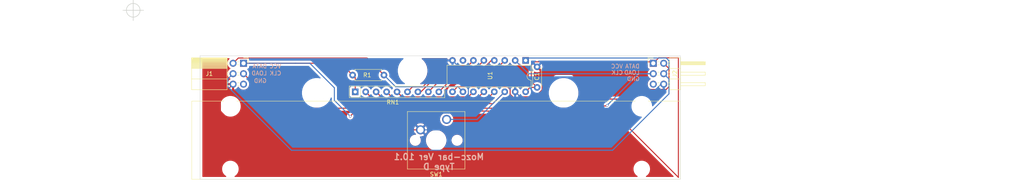
<source format=kicad_pcb>
(kicad_pcb (version 20171130) (host pcbnew 5.1.12)

  (general
    (thickness 1.6)
    (drawings 20)
    (tracks 133)
    (zones 0)
    (modules 14)
    (nets 15)
  )

  (page A4)
  (layers
    (0 F.Cu signal)
    (31 B.Cu signal)
    (32 B.Adhes user)
    (33 F.Adhes user)
    (34 B.Paste user)
    (35 F.Paste user)
    (36 B.SilkS user)
    (37 F.SilkS user)
    (38 B.Mask user)
    (39 F.Mask user)
    (40 Dwgs.User user)
    (41 Cmts.User user)
    (42 Eco1.User user)
    (43 Eco2.User user)
    (44 Edge.Cuts user)
    (45 Margin user)
    (46 B.CrtYd user)
    (47 F.CrtYd user)
    (48 B.Fab user)
    (49 F.Fab user)
  )

  (setup
    (last_trace_width 0.25)
    (user_trace_width 0.2)
    (trace_clearance 0.3)
    (zone_clearance 0.508)
    (zone_45_only no)
    (trace_min 0.2)
    (via_size 0.6)
    (via_drill 0.4)
    (via_min_size 0.4)
    (via_min_drill 0.3)
    (uvia_size 0.3)
    (uvia_drill 0.1)
    (uvias_allowed no)
    (uvia_min_size 0.2)
    (uvia_min_drill 0.1)
    (edge_width 0.15)
    (segment_width 0.2)
    (pcb_text_width 0.3)
    (pcb_text_size 1.5 1.5)
    (mod_edge_width 0.15)
    (mod_text_size 1 1)
    (mod_text_width 0.15)
    (pad_size 3.2 3.2)
    (pad_drill 3.2)
    (pad_to_mask_clearance 0)
    (solder_mask_min_width 0.25)
    (aux_axis_origin 33 54)
    (visible_elements 7FFFEFFF)
    (pcbplotparams
      (layerselection 0x010fc_ffffffff)
      (usegerberextensions true)
      (usegerberattributes false)
      (usegerberadvancedattributes false)
      (creategerberjobfile false)
      (excludeedgelayer true)
      (linewidth 0.100000)
      (plotframeref false)
      (viasonmask false)
      (mode 1)
      (useauxorigin false)
      (hpglpennumber 1)
      (hpglpenspeed 20)
      (hpglpendiameter 15.000000)
      (psnegative false)
      (psa4output false)
      (plotreference true)
      (plotvalue true)
      (plotinvisibletext false)
      (padsonsilk false)
      (subtractmaskfromsilk false)
      (outputformat 1)
      (mirror false)
      (drillshape 0)
      (scaleselection 1)
      (outputdirectory "gerber/"))
  )

  (net 0 "")
  (net 1 VCC)
  (net 2 GND)
  (net 3 SW1)
  (net 4 SW2)
  (net 5 SW3)
  (net 6 SW4)
  (net 7 SW5)
  (net 8 SW6)
  (net 9 SW7)
  (net 10 SW8)
  (net 11 /DATA_IN)
  (net 12 /DATA_OUT)
  (net 13 /CLK_IN)
  (net 14 /LOAD_IN)

  (net_class Default "これは標準のネット クラスです。"
    (clearance 0.3)
    (trace_width 0.25)
    (via_dia 0.6)
    (via_drill 0.4)
    (uvia_dia 0.3)
    (uvia_drill 0.1)
    (add_net /CLK_IN)
    (add_net /DATA_IN)
    (add_net /DATA_OUT)
    (add_net /LOAD_IN)
    (add_net SW1)
    (add_net SW2)
    (add_net SW3)
    (add_net SW4)
    (add_net SW5)
    (add_net SW6)
    (add_net SW7)
    (add_net SW8)
  )

  (net_class "power line" ""
    (clearance 0.3)
    (trace_width 0.25)
    (via_dia 0.6)
    (via_drill 0.4)
    (uvia_dia 0.3)
    (uvia_drill 0.1)
    (add_net GND)
    (add_net VCC)
  )

  (module MountingHole:MountingHole_3.2mm_M3 (layer F.Cu) (tedit 62D4300E) (tstamp 62D4301A)
    (at 130 69)
    (descr "Mounting Hole 3.2mm, no annular, M3")
    (tags "mounting hole 3.2mm no annular m3")
    (path /618CEE47)
    (attr virtual)
    (fp_text reference H102 (at 0 -4.2) (layer F.SilkS) hide
      (effects (font (size 1 1) (thickness 0.15)))
    )
    (fp_text value MountingHole (at 0 4.2) (layer F.Fab)
      (effects (font (size 1 1) (thickness 0.15)))
    )
    (fp_circle (center 0 0) (end 3.2 0) (layer Cmts.User) (width 0.15))
    (fp_circle (center 0 0) (end 3.45 0) (layer F.CrtYd) (width 0.05))
    (fp_text user %R (at 0.3 0) (layer F.Fab)
      (effects (font (size 1 1) (thickness 0.15)))
    )
    (pad "" np_thru_hole circle (at 0 0) (size 3.2 3.2) (drill 3.2) (layers *.Cu *.Mask)
      (clearance 2))
  )

  (module MountingHole:MountingHole_3.2mm_M3 (layer F.Cu) (tedit 62D43000) (tstamp 62D4301A)
    (at 70 69)
    (descr "Mounting Hole 3.2mm, no annular, M3")
    (tags "mounting hole 3.2mm no annular m3")
    (path /618CEE47)
    (attr virtual)
    (fp_text reference H101 (at 0 -4.2) (layer F.SilkS) hide
      (effects (font (size 1 1) (thickness 0.15)))
    )
    (fp_text value MountingHole (at 0 4.2) (layer F.Fab)
      (effects (font (size 1 1) (thickness 0.15)))
    )
    (fp_circle (center 0 0) (end 3.2 0) (layer Cmts.User) (width 0.15))
    (fp_circle (center 0 0) (end 3.45 0) (layer F.CrtYd) (width 0.05))
    (fp_text user %R (at 0.3 0) (layer F.Fab)
      (effects (font (size 1 1) (thickness 0.15)))
    )
    (pad "" np_thru_hole circle (at 0 0) (size 3.2 3.2) (drill 3.2) (layers *.Cu *.Mask)
      (clearance 2))
  )

  (module Package_DIP:DIP-16_W7.62mm (layer F.Cu) (tedit 5A02E8C5) (tstamp 618C4ABA)
    (at 120.77 61.11 270)
    (descr "16-lead though-hole mounted DIP package, row spacing 7.62 mm (300 mils)")
    (tags "THT DIP DIL PDIP 2.54mm 7.62mm 300mil")
    (path /5FB03AD0)
    (fp_text reference U1 (at 3.683 8.636 90) (layer F.SilkS)
      (effects (font (size 1 1) (thickness 0.15)))
    )
    (fp_text value 74HC165 (at 3.81 20.11 90) (layer F.Fab)
      (effects (font (size 1 1) (thickness 0.15)))
    )
    (fp_line (start 8.7 -1.55) (end -1.1 -1.55) (layer F.CrtYd) (width 0.05))
    (fp_line (start 8.7 19.3) (end 8.7 -1.55) (layer F.CrtYd) (width 0.05))
    (fp_line (start -1.1 19.3) (end 8.7 19.3) (layer F.CrtYd) (width 0.05))
    (fp_line (start -1.1 -1.55) (end -1.1 19.3) (layer F.CrtYd) (width 0.05))
    (fp_line (start 6.46 -1.33) (end 4.81 -1.33) (layer F.SilkS) (width 0.12))
    (fp_line (start 6.46 19.11) (end 6.46 -1.33) (layer F.SilkS) (width 0.12))
    (fp_line (start 1.16 19.11) (end 6.46 19.11) (layer F.SilkS) (width 0.12))
    (fp_line (start 1.16 -1.33) (end 1.16 19.11) (layer F.SilkS) (width 0.12))
    (fp_line (start 2.81 -1.33) (end 1.16 -1.33) (layer F.SilkS) (width 0.12))
    (fp_line (start 0.635 -0.27) (end 1.635 -1.27) (layer F.Fab) (width 0.1))
    (fp_line (start 0.635 19.05) (end 0.635 -0.27) (layer F.Fab) (width 0.1))
    (fp_line (start 6.985 19.05) (end 0.635 19.05) (layer F.Fab) (width 0.1))
    (fp_line (start 6.985 -1.27) (end 6.985 19.05) (layer F.Fab) (width 0.1))
    (fp_line (start 1.635 -1.27) (end 6.985 -1.27) (layer F.Fab) (width 0.1))
    (fp_arc (start 3.81 -1.33) (end 2.81 -1.33) (angle -180) (layer F.SilkS) (width 0.12))
    (fp_text user %R (at 3.81 8.89 90) (layer F.Fab)
      (effects (font (size 1 1) (thickness 0.15)))
    )
    (pad 1 thru_hole rect (at 0 0 270) (size 1.6 1.6) (drill 0.8) (layers *.Cu *.Mask)
      (net 14 /LOAD_IN))
    (pad 9 thru_hole oval (at 7.62 17.78 270) (size 1.6 1.6) (drill 0.8) (layers *.Cu *.Mask)
      (net 12 /DATA_OUT))
    (pad 2 thru_hole oval (at 0 2.54 270) (size 1.6 1.6) (drill 0.8) (layers *.Cu *.Mask)
      (net 13 /CLK_IN))
    (pad 10 thru_hole oval (at 7.62 15.24 270) (size 1.6 1.6) (drill 0.8) (layers *.Cu *.Mask)
      (net 11 /DATA_IN))
    (pad 3 thru_hole oval (at 0 5.08 270) (size 1.6 1.6) (drill 0.8) (layers *.Cu *.Mask)
      (net 7 SW5))
    (pad 11 thru_hole oval (at 7.62 12.7 270) (size 1.6 1.6) (drill 0.8) (layers *.Cu *.Mask)
      (net 3 SW1))
    (pad 4 thru_hole oval (at 0 7.62 270) (size 1.6 1.6) (drill 0.8) (layers *.Cu *.Mask)
      (net 8 SW6))
    (pad 12 thru_hole oval (at 7.62 10.16 270) (size 1.6 1.6) (drill 0.8) (layers *.Cu *.Mask)
      (net 4 SW2))
    (pad 5 thru_hole oval (at 0 10.16 270) (size 1.6 1.6) (drill 0.8) (layers *.Cu *.Mask)
      (net 9 SW7))
    (pad 13 thru_hole oval (at 7.62 7.62 270) (size 1.6 1.6) (drill 0.8) (layers *.Cu *.Mask)
      (net 5 SW3))
    (pad 6 thru_hole oval (at 0 12.7 270) (size 1.6 1.6) (drill 0.8) (layers *.Cu *.Mask)
      (net 10 SW8))
    (pad 14 thru_hole oval (at 7.62 5.08 270) (size 1.6 1.6) (drill 0.8) (layers *.Cu *.Mask)
      (net 6 SW4))
    (pad 7 thru_hole oval (at 0 15.24 270) (size 1.6 1.6) (drill 0.8) (layers *.Cu *.Mask))
    (pad 15 thru_hole oval (at 7.62 2.54 270) (size 1.6 1.6) (drill 0.8) (layers *.Cu *.Mask)
      (net 2 GND))
    (pad 8 thru_hole oval (at 0 17.78 270) (size 1.6 1.6) (drill 0.8) (layers *.Cu *.Mask)
      (net 2 GND))
    (pad 16 thru_hole oval (at 7.62 0 270) (size 1.6 1.6) (drill 0.8) (layers *.Cu *.Mask)
      (net 1 VCC))
    (model ${KISYS3DMOD}/Package_DIP.3dshapes/DIP-16_W7.62mm.wrl
      (at (xyz 0 0 0))
      (scale (xyz 1 1 1))
      (rotate (xyz 0 0 0))
    )
  )

  (module Capacitor_THT:C_Disc_D4.3mm_W1.9mm_P5.00mm (layer F.Cu) (tedit 5AE50EF0) (tstamp 618C4860)
    (at 123.56 67.67 90)
    (descr "C, Disc series, Radial, pin pitch=5.00mm, , diameter*width=4.3*1.9mm^2, Capacitor, http://www.vishay.com/docs/45233/krseries.pdf")
    (tags "C Disc series Radial pin pitch 5.00mm  diameter 4.3mm width 1.9mm Capacitor")
    (path /5F9B0C77)
    (fp_text reference C1 (at 2.668 -0.038 90) (layer F.SilkS)
      (effects (font (size 1 1) (thickness 0.15)))
    )
    (fp_text value C (at 2.5 2.2 90) (layer F.Fab)
      (effects (font (size 1 1) (thickness 0.15)))
    )
    (fp_line (start 6.05 -1.2) (end -1.05 -1.2) (layer F.CrtYd) (width 0.05))
    (fp_line (start 6.05 1.2) (end 6.05 -1.2) (layer F.CrtYd) (width 0.05))
    (fp_line (start -1.05 1.2) (end 6.05 1.2) (layer F.CrtYd) (width 0.05))
    (fp_line (start -1.05 -1.2) (end -1.05 1.2) (layer F.CrtYd) (width 0.05))
    (fp_line (start 4.77 1.055) (end 4.77 1.07) (layer F.SilkS) (width 0.12))
    (fp_line (start 4.77 -1.07) (end 4.77 -1.055) (layer F.SilkS) (width 0.12))
    (fp_line (start 0.23 1.055) (end 0.23 1.07) (layer F.SilkS) (width 0.12))
    (fp_line (start 0.23 -1.07) (end 0.23 -1.055) (layer F.SilkS) (width 0.12))
    (fp_line (start 0.23 1.07) (end 4.77 1.07) (layer F.SilkS) (width 0.12))
    (fp_line (start 0.23 -1.07) (end 4.77 -1.07) (layer F.SilkS) (width 0.12))
    (fp_line (start 4.65 -0.95) (end 0.35 -0.95) (layer F.Fab) (width 0.1))
    (fp_line (start 4.65 0.95) (end 4.65 -0.95) (layer F.Fab) (width 0.1))
    (fp_line (start 0.35 0.95) (end 4.65 0.95) (layer F.Fab) (width 0.1))
    (fp_line (start 0.35 -0.95) (end 0.35 0.95) (layer F.Fab) (width 0.1))
    (fp_text user %R (at 2.5 0 90) (layer F.Fab)
      (effects (font (size 0.86 0.86) (thickness 0.129)))
    )
    (pad 1 thru_hole circle (at 0 0 90) (size 1.6 1.6) (drill 0.8) (layers *.Cu *.Mask)
      (net 1 VCC))
    (pad 2 thru_hole circle (at 5 0 90) (size 1.6 1.6) (drill 0.8) (layers *.Cu *.Mask)
      (net 2 GND))
    (model ${KISYS3DMOD}/Capacitor_THT.3dshapes/C_Disc_D4.3mm_W1.9mm_P5.00mm.wrl
      (at (xyz 0 0 0))
      (scale (xyz 1 1 1))
      (rotate (xyz 0 0 0))
    )
  )

  (module Resistor_THT:R_Axial_DIN0207_L6.3mm_D2.5mm_P7.62mm_Horizontal (layer F.Cu) (tedit 5AE5139B) (tstamp 618C497C)
    (at 86.32952 64.6684 180)
    (descr "Resistor, Axial_DIN0207 series, Axial, Horizontal, pin pitch=7.62mm, 0.25W = 1/4W, length*diameter=6.3*2.5mm^2, http://cdn-reichelt.de/documents/datenblatt/B400/1_4W%23YAG.pdf")
    (tags "Resistor Axial_DIN0207 series Axial Horizontal pin pitch 7.62mm 0.25W = 1/4W length 6.3mm diameter 2.5mm")
    (path /5FBC6DCE)
    (fp_text reference R1 (at 4.064 0 180) (layer F.SilkS)
      (effects (font (size 1 1) (thickness 0.15)))
    )
    (fp_text value 100k (at 3.81 2.37 180) (layer F.Fab)
      (effects (font (size 1 1) (thickness 0.15)))
    )
    (fp_line (start 8.67 -1.5) (end -1.05 -1.5) (layer F.CrtYd) (width 0.05))
    (fp_line (start 8.67 1.5) (end 8.67 -1.5) (layer F.CrtYd) (width 0.05))
    (fp_line (start -1.05 1.5) (end 8.67 1.5) (layer F.CrtYd) (width 0.05))
    (fp_line (start -1.05 -1.5) (end -1.05 1.5) (layer F.CrtYd) (width 0.05))
    (fp_line (start 7.08 1.37) (end 7.08 1.04) (layer F.SilkS) (width 0.12))
    (fp_line (start 0.54 1.37) (end 7.08 1.37) (layer F.SilkS) (width 0.12))
    (fp_line (start 0.54 1.04) (end 0.54 1.37) (layer F.SilkS) (width 0.12))
    (fp_line (start 7.08 -1.37) (end 7.08 -1.04) (layer F.SilkS) (width 0.12))
    (fp_line (start 0.54 -1.37) (end 7.08 -1.37) (layer F.SilkS) (width 0.12))
    (fp_line (start 0.54 -1.04) (end 0.54 -1.37) (layer F.SilkS) (width 0.12))
    (fp_line (start 7.62 0) (end 6.96 0) (layer F.Fab) (width 0.1))
    (fp_line (start 0 0) (end 0.66 0) (layer F.Fab) (width 0.1))
    (fp_line (start 6.96 -1.25) (end 0.66 -1.25) (layer F.Fab) (width 0.1))
    (fp_line (start 6.96 1.25) (end 6.96 -1.25) (layer F.Fab) (width 0.1))
    (fp_line (start 0.66 1.25) (end 6.96 1.25) (layer F.Fab) (width 0.1))
    (fp_line (start 0.66 -1.25) (end 0.66 1.25) (layer F.Fab) (width 0.1))
    (fp_text user %R (at 3.81 0 180) (layer F.Fab)
      (effects (font (size 1 1) (thickness 0.15)))
    )
    (pad 1 thru_hole circle (at 0 0 180) (size 1.6 1.6) (drill 0.8) (layers *.Cu *.Mask)
      (net 11 /DATA_IN))
    (pad 2 thru_hole oval (at 7.62 0 180) (size 1.6 1.6) (drill 0.8) (layers *.Cu *.Mask)
      (net 1 VCC))
    (model ${KISYS3DMOD}/Resistor_THT.3dshapes/R_Axial_DIN0207_L6.3mm_D2.5mm_P7.62mm_Horizontal.wrl
      (at (xyz 0 0 0))
      (scale (xyz 1 1 1))
      (rotate (xyz 0 0 0))
    )
  )

  (module Resistor_THT:R_Array_SIP9 (layer F.Cu) (tedit 5A14249F) (tstamp 618C49C6)
    (at 79.34706 68.7451)
    (descr "9-pin Resistor SIP pack")
    (tags R)
    (path /5FC139AE)
    (fp_text reference RN1 (at 9.144 2.54) (layer F.SilkS)
      (effects (font (size 1 1) (thickness 0.15)))
    )
    (fp_text value 100k (at 11.43 3.708) (layer F.Fab)
      (effects (font (size 1 1) (thickness 0.15)))
    )
    (fp_line (start 22.05 -1.65) (end -1.7 -1.65) (layer F.CrtYd) (width 0.05))
    (fp_line (start 22.05 1.65) (end 22.05 -1.65) (layer F.CrtYd) (width 0.05))
    (fp_line (start -1.7 1.65) (end 22.05 1.65) (layer F.CrtYd) (width 0.05))
    (fp_line (start -1.7 -1.65) (end -1.7 1.65) (layer F.CrtYd) (width 0.05))
    (fp_line (start 1.27 -1.4) (end 1.27 1.4) (layer F.SilkS) (width 0.12))
    (fp_line (start 21.76 -1.4) (end -1.44 -1.4) (layer F.SilkS) (width 0.12))
    (fp_line (start 21.76 1.4) (end 21.76 -1.4) (layer F.SilkS) (width 0.12))
    (fp_line (start -1.44 1.4) (end 21.76 1.4) (layer F.SilkS) (width 0.12))
    (fp_line (start -1.44 -1.4) (end -1.44 1.4) (layer F.SilkS) (width 0.12))
    (fp_line (start 1.27 -1.25) (end 1.27 1.25) (layer F.Fab) (width 0.1))
    (fp_line (start 21.61 -1.25) (end -1.29 -1.25) (layer F.Fab) (width 0.1))
    (fp_line (start 21.61 1.25) (end 21.61 -1.25) (layer F.Fab) (width 0.1))
    (fp_line (start -1.29 1.25) (end 21.61 1.25) (layer F.Fab) (width 0.1))
    (fp_line (start -1.29 -1.25) (end -1.29 1.25) (layer F.Fab) (width 0.1))
    (fp_text user %R (at 10.16 0) (layer F.Fab)
      (effects (font (size 1 1) (thickness 0.15)))
    )
    (pad 1 thru_hole rect (at 0 0) (size 1.6 1.6) (drill 0.8) (layers *.Cu *.Mask)
      (net 1 VCC))
    (pad 2 thru_hole oval (at 2.54 0) (size 1.6 1.6) (drill 0.8) (layers *.Cu *.Mask)
      (net 6 SW4))
    (pad 3 thru_hole oval (at 5.08 0) (size 1.6 1.6) (drill 0.8) (layers *.Cu *.Mask)
      (net 5 SW3))
    (pad 4 thru_hole oval (at 7.62 0) (size 1.6 1.6) (drill 0.8) (layers *.Cu *.Mask)
      (net 4 SW2))
    (pad 5 thru_hole oval (at 10.16 0) (size 1.6 1.6) (drill 0.8) (layers *.Cu *.Mask)
      (net 3 SW1))
    (pad 6 thru_hole oval (at 12.7 0) (size 1.6 1.6) (drill 0.8) (layers *.Cu *.Mask)
      (net 10 SW8))
    (pad 7 thru_hole oval (at 15.24 0) (size 1.6 1.6) (drill 0.8) (layers *.Cu *.Mask)
      (net 9 SW7))
    (pad 8 thru_hole oval (at 17.78 0) (size 1.6 1.6) (drill 0.8) (layers *.Cu *.Mask)
      (net 8 SW6))
    (pad 9 thru_hole oval (at 20.32 0) (size 1.6 1.6) (drill 0.8) (layers *.Cu *.Mask)
      (net 7 SW5))
    (model ${KISYS3DMOD}/Resistor_THT.3dshapes/R_Array_SIP9.wrl
      (at (xyz 0 0 0))
      (scale (xyz 1 1 1))
      (rotate (xyz 0 0 0))
    )
  )

  (module Button_Switch_Keyboard:SW_Cherry_MX_1.00u_PCB (layer F.Cu) (tedit 5A02FE24) (tstamp 618C49E0)
    (at 101.565 75.445)
    (descr "Cherry MX keyswitch, 1.00u, PCB mount, http://cherryamericas.com/wp-content/uploads/2014/12/mx_cat.pdf")
    (tags "Cherry MX keyswitch 1.00u PCB")
    (path /5FC00348)
    (fp_text reference SW1 (at -2.54 13.353) (layer F.SilkS)
      (effects (font (size 1 1) (thickness 0.15)))
    )
    (fp_text value SW_Push (at -2.54 12.954) (layer F.Fab)
      (effects (font (size 1 1) (thickness 0.15)))
    )
    (fp_line (start -8.89 -1.27) (end 3.81 -1.27) (layer F.Fab) (width 0.1))
    (fp_line (start 3.81 -1.27) (end 3.81 11.43) (layer F.Fab) (width 0.1))
    (fp_line (start 3.81 11.43) (end -8.89 11.43) (layer F.Fab) (width 0.1))
    (fp_line (start -8.89 11.43) (end -8.89 -1.27) (layer F.Fab) (width 0.1))
    (fp_line (start -9.14 11.68) (end -9.14 -1.52) (layer F.CrtYd) (width 0.05))
    (fp_line (start 4.06 11.68) (end -9.14 11.68) (layer F.CrtYd) (width 0.05))
    (fp_line (start 4.06 -1.52) (end 4.06 11.68) (layer F.CrtYd) (width 0.05))
    (fp_line (start -9.14 -1.52) (end 4.06 -1.52) (layer F.CrtYd) (width 0.05))
    (fp_line (start -12.065 -4.445) (end 6.985 -4.445) (layer Dwgs.User) (width 0.15))
    (fp_line (start 6.985 -4.445) (end 6.985 14.605) (layer Dwgs.User) (width 0.15))
    (fp_line (start 6.985 14.605) (end -12.065 14.605) (layer Dwgs.User) (width 0.15))
    (fp_line (start -12.065 14.605) (end -12.065 -4.445) (layer Dwgs.User) (width 0.15))
    (fp_line (start -9.525 -1.905) (end 4.445 -1.905) (layer F.SilkS) (width 0.12))
    (fp_line (start 4.445 -1.905) (end 4.445 12.065) (layer F.SilkS) (width 0.12))
    (fp_line (start 4.445 12.065) (end -9.525 12.065) (layer F.SilkS) (width 0.12))
    (fp_line (start -9.525 12.065) (end -9.525 -1.905) (layer F.SilkS) (width 0.12))
    (fp_text user %R (at -2.54 -2.794) (layer F.Fab)
      (effects (font (size 1 1) (thickness 0.15)))
    )
    (pad "" np_thru_hole circle (at 2.54 5.08) (size 1.7 1.7) (drill 1.7) (layers *.Cu *.Mask))
    (pad "" np_thru_hole circle (at -7.62 5.08) (size 1.7 1.7) (drill 1.7) (layers *.Cu *.Mask))
    (pad "" np_thru_hole circle (at -2.54 5.08) (size 4 4) (drill 4) (layers *.Cu *.Mask))
    (pad 2 thru_hole circle (at -6.35 2.54) (size 2.2 2.2) (drill 1.5) (layers *.Cu *.Mask)
      (net 2 GND))
    (pad 1 thru_hole circle (at 0 0) (size 2.2 2.2) (drill 1.5) (layers *.Cu *.Mask)
      (net 6 SW4))
    (model ${KISYS3DMOD}/Button_Switch_Keyboard.3dshapes/SW_Cherry_MX_1.00u_PCB.wrl
      (at (xyz 0 0 0))
      (scale (xyz 1 1 1))
      (rotate (xyz 0 0 0))
    )
  )

  (module Connector_PinSocket_2.54mm:PinSocket_2x03_P2.54mm_Horizontal (layer F.Cu) (tedit 5A19A431) (tstamp 62CDF02A)
    (at 52.195 61.8)
    (descr "Through hole angled socket strip, 2x03, 2.54mm pitch, 8.51mm socket length, double cols (from Kicad 4.0.7), script generated")
    (tags "Through hole angled socket strip THT 2x03 2.54mm double row")
    (path /5FD9930E)
    (fp_text reference J1 (at -8.31 2.54) (layer F.SilkS)
      (effects (font (size 1 1) (thickness 0.15)))
    )
    (fp_text value Conn_01x06_Female (at -5.65 7.85) (layer F.Fab)
      (effects (font (size 1 1) (thickness 0.15)))
    )
    (fp_line (start -12.57 -1.27) (end -5.03 -1.27) (layer F.Fab) (width 0.1))
    (fp_line (start -5.03 -1.27) (end -4.06 -0.3) (layer F.Fab) (width 0.1))
    (fp_line (start -4.06 -0.3) (end -4.06 6.35) (layer F.Fab) (width 0.1))
    (fp_line (start -4.06 6.35) (end -12.57 6.35) (layer F.Fab) (width 0.1))
    (fp_line (start -12.57 6.35) (end -12.57 -1.27) (layer F.Fab) (width 0.1))
    (fp_line (start 0 -0.3) (end -4.06 -0.3) (layer F.Fab) (width 0.1))
    (fp_line (start -4.06 0.3) (end 0 0.3) (layer F.Fab) (width 0.1))
    (fp_line (start 0 0.3) (end 0 -0.3) (layer F.Fab) (width 0.1))
    (fp_line (start 0 2.24) (end -4.06 2.24) (layer F.Fab) (width 0.1))
    (fp_line (start -4.06 2.84) (end 0 2.84) (layer F.Fab) (width 0.1))
    (fp_line (start 0 2.84) (end 0 2.24) (layer F.Fab) (width 0.1))
    (fp_line (start 0 4.78) (end -4.06 4.78) (layer F.Fab) (width 0.1))
    (fp_line (start -4.06 5.38) (end 0 5.38) (layer F.Fab) (width 0.1))
    (fp_line (start 0 5.38) (end 0 4.78) (layer F.Fab) (width 0.1))
    (fp_line (start -12.63 -1.21) (end -4 -1.21) (layer F.SilkS) (width 0.12))
    (fp_line (start -12.63 -1.091905) (end -4 -1.091905) (layer F.SilkS) (width 0.12))
    (fp_line (start -12.63 -0.97381) (end -4 -0.97381) (layer F.SilkS) (width 0.12))
    (fp_line (start -12.63 -0.855715) (end -4 -0.855715) (layer F.SilkS) (width 0.12))
    (fp_line (start -12.63 -0.73762) (end -4 -0.73762) (layer F.SilkS) (width 0.12))
    (fp_line (start -12.63 -0.619525) (end -4 -0.619525) (layer F.SilkS) (width 0.12))
    (fp_line (start -12.63 -0.50143) (end -4 -0.50143) (layer F.SilkS) (width 0.12))
    (fp_line (start -12.63 -0.383335) (end -4 -0.383335) (layer F.SilkS) (width 0.12))
    (fp_line (start -12.63 -0.26524) (end -4 -0.26524) (layer F.SilkS) (width 0.12))
    (fp_line (start -12.63 -0.147145) (end -4 -0.147145) (layer F.SilkS) (width 0.12))
    (fp_line (start -12.63 -0.02905) (end -4 -0.02905) (layer F.SilkS) (width 0.12))
    (fp_line (start -12.63 0.089045) (end -4 0.089045) (layer F.SilkS) (width 0.12))
    (fp_line (start -12.63 0.20714) (end -4 0.20714) (layer F.SilkS) (width 0.12))
    (fp_line (start -12.63 0.325235) (end -4 0.325235) (layer F.SilkS) (width 0.12))
    (fp_line (start -12.63 0.44333) (end -4 0.44333) (layer F.SilkS) (width 0.12))
    (fp_line (start -12.63 0.561425) (end -4 0.561425) (layer F.SilkS) (width 0.12))
    (fp_line (start -12.63 0.67952) (end -4 0.67952) (layer F.SilkS) (width 0.12))
    (fp_line (start -12.63 0.797615) (end -4 0.797615) (layer F.SilkS) (width 0.12))
    (fp_line (start -12.63 0.91571) (end -4 0.91571) (layer F.SilkS) (width 0.12))
    (fp_line (start -12.63 1.033805) (end -4 1.033805) (layer F.SilkS) (width 0.12))
    (fp_line (start -12.63 1.1519) (end -4 1.1519) (layer F.SilkS) (width 0.12))
    (fp_line (start -4 -0.36) (end -3.59 -0.36) (layer F.SilkS) (width 0.12))
    (fp_line (start -1.49 -0.36) (end -1.11 -0.36) (layer F.SilkS) (width 0.12))
    (fp_line (start -4 0.36) (end -3.59 0.36) (layer F.SilkS) (width 0.12))
    (fp_line (start -1.49 0.36) (end -1.11 0.36) (layer F.SilkS) (width 0.12))
    (fp_line (start -4 2.18) (end -3.59 2.18) (layer F.SilkS) (width 0.12))
    (fp_line (start -1.49 2.18) (end -1.05 2.18) (layer F.SilkS) (width 0.12))
    (fp_line (start -4 2.9) (end -3.59 2.9) (layer F.SilkS) (width 0.12))
    (fp_line (start -1.49 2.9) (end -1.05 2.9) (layer F.SilkS) (width 0.12))
    (fp_line (start -4 4.72) (end -3.59 4.72) (layer F.SilkS) (width 0.12))
    (fp_line (start -1.49 4.72) (end -1.05 4.72) (layer F.SilkS) (width 0.12))
    (fp_line (start -4 5.44) (end -3.59 5.44) (layer F.SilkS) (width 0.12))
    (fp_line (start -1.49 5.44) (end -1.05 5.44) (layer F.SilkS) (width 0.12))
    (fp_line (start -12.63 1.27) (end -4 1.27) (layer F.SilkS) (width 0.12))
    (fp_line (start -12.63 3.81) (end -4 3.81) (layer F.SilkS) (width 0.12))
    (fp_line (start -12.63 -1.33) (end -4 -1.33) (layer F.SilkS) (width 0.12))
    (fp_line (start -4 -1.33) (end -4 6.41) (layer F.SilkS) (width 0.12))
    (fp_line (start -12.63 6.41) (end -4 6.41) (layer F.SilkS) (width 0.12))
    (fp_line (start -12.63 -1.33) (end -12.63 6.41) (layer F.SilkS) (width 0.12))
    (fp_line (start 1.11 -1.33) (end 1.11 0) (layer F.SilkS) (width 0.12))
    (fp_line (start 0 -1.33) (end 1.11 -1.33) (layer F.SilkS) (width 0.12))
    (fp_line (start 1.8 -1.8) (end -13.05 -1.8) (layer F.CrtYd) (width 0.05))
    (fp_line (start -13.05 -1.8) (end -13.05 6.85) (layer F.CrtYd) (width 0.05))
    (fp_line (start -13.05 6.85) (end 1.8 6.85) (layer F.CrtYd) (width 0.05))
    (fp_line (start 1.8 6.85) (end 1.8 -1.8) (layer F.CrtYd) (width 0.05))
    (fp_text user %R (at -8.315 2.54) (layer F.Fab)
      (effects (font (size 1 1) (thickness 0.15)))
    )
    (pad 1 thru_hole rect (at 0 0) (size 1.7 1.7) (drill 1) (layers *.Cu *.Mask)
      (net 1 VCC))
    (pad 2 thru_hole oval (at -2.54 0) (size 1.7 1.7) (drill 1) (layers *.Cu *.Mask)
      (net 11 /DATA_IN))
    (pad 3 thru_hole oval (at 0 2.54) (size 1.7 1.7) (drill 1) (layers *.Cu *.Mask)
      (net 13 /CLK_IN))
    (pad 4 thru_hole oval (at -2.54 2.54) (size 1.7 1.7) (drill 1) (layers *.Cu *.Mask)
      (net 14 /LOAD_IN))
    (pad 5 thru_hole oval (at 0 5.08) (size 1.7 1.7) (drill 1) (layers *.Cu *.Mask))
    (pad 6 thru_hole oval (at -2.54 5.08) (size 1.7 1.7) (drill 1) (layers *.Cu *.Mask)
      (net 2 GND))
    (model ${KISYS3DMOD}/Connector_PinSocket_2.54mm.3dshapes/PinSocket_2x03_P2.54mm_Horizontal.wrl
      (at (xyz 0 0 0))
      (scale (xyz 1 1 1))
      (rotate (xyz 0 0 0))
    )
  )

  (module Connector_PinHeader_2.54mm:PinHeader_2x03_P2.54mm_Horizontal (layer F.Cu) (tedit 59FED5CB) (tstamp 62CDF06F)
    (at 151.795 61.8)
    (descr "Through hole angled pin header, 2x03, 2.54mm pitch, 6mm pin length, double rows")
    (tags "Through hole angled pin header THT 2x03 2.54mm double row")
    (path /5FD981C4)
    (fp_text reference J2 (at 5.26 2.54 90) (layer F.SilkS)
      (effects (font (size 1 1) (thickness 0.15)))
    )
    (fp_text value Conn_01x06_Male (at 5.655 7.35) (layer F.Fab)
      (effects (font (size 1 1) (thickness 0.15)))
    )
    (fp_line (start 4.675 -1.27) (end 6.58 -1.27) (layer F.Fab) (width 0.1))
    (fp_line (start 6.58 -1.27) (end 6.58 6.35) (layer F.Fab) (width 0.1))
    (fp_line (start 6.58 6.35) (end 4.04 6.35) (layer F.Fab) (width 0.1))
    (fp_line (start 4.04 6.35) (end 4.04 -0.635) (layer F.Fab) (width 0.1))
    (fp_line (start 4.04 -0.635) (end 4.675 -1.27) (layer F.Fab) (width 0.1))
    (fp_line (start -0.32 -0.32) (end 4.04 -0.32) (layer F.Fab) (width 0.1))
    (fp_line (start -0.32 -0.32) (end -0.32 0.32) (layer F.Fab) (width 0.1))
    (fp_line (start -0.32 0.32) (end 4.04 0.32) (layer F.Fab) (width 0.1))
    (fp_line (start 6.58 -0.32) (end 12.58 -0.32) (layer F.Fab) (width 0.1))
    (fp_line (start 12.58 -0.32) (end 12.58 0.32) (layer F.Fab) (width 0.1))
    (fp_line (start 6.58 0.32) (end 12.58 0.32) (layer F.Fab) (width 0.1))
    (fp_line (start -0.32 2.22) (end 4.04 2.22) (layer F.Fab) (width 0.1))
    (fp_line (start -0.32 2.22) (end -0.32 2.86) (layer F.Fab) (width 0.1))
    (fp_line (start -0.32 2.86) (end 4.04 2.86) (layer F.Fab) (width 0.1))
    (fp_line (start 6.58 2.22) (end 12.58 2.22) (layer F.Fab) (width 0.1))
    (fp_line (start 12.58 2.22) (end 12.58 2.86) (layer F.Fab) (width 0.1))
    (fp_line (start 6.58 2.86) (end 12.58 2.86) (layer F.Fab) (width 0.1))
    (fp_line (start -0.32 4.76) (end 4.04 4.76) (layer F.Fab) (width 0.1))
    (fp_line (start -0.32 4.76) (end -0.32 5.4) (layer F.Fab) (width 0.1))
    (fp_line (start -0.32 5.4) (end 4.04 5.4) (layer F.Fab) (width 0.1))
    (fp_line (start 6.58 4.76) (end 12.58 4.76) (layer F.Fab) (width 0.1))
    (fp_line (start 12.58 4.76) (end 12.58 5.4) (layer F.Fab) (width 0.1))
    (fp_line (start 6.58 5.4) (end 12.58 5.4) (layer F.Fab) (width 0.1))
    (fp_line (start 3.98 -1.33) (end 3.98 6.41) (layer F.SilkS) (width 0.12))
    (fp_line (start 3.98 6.41) (end 6.64 6.41) (layer F.SilkS) (width 0.12))
    (fp_line (start 6.64 6.41) (end 6.64 -1.33) (layer F.SilkS) (width 0.12))
    (fp_line (start 6.64 -1.33) (end 3.98 -1.33) (layer F.SilkS) (width 0.12))
    (fp_line (start 6.64 -0.38) (end 12.64 -0.38) (layer F.SilkS) (width 0.12))
    (fp_line (start 12.64 -0.38) (end 12.64 0.38) (layer F.SilkS) (width 0.12))
    (fp_line (start 12.64 0.38) (end 6.64 0.38) (layer F.SilkS) (width 0.12))
    (fp_line (start 6.64 -0.32) (end 12.64 -0.32) (layer F.SilkS) (width 0.12))
    (fp_line (start 6.64 -0.2) (end 12.64 -0.2) (layer F.SilkS) (width 0.12))
    (fp_line (start 6.64 -0.08) (end 12.64 -0.08) (layer F.SilkS) (width 0.12))
    (fp_line (start 6.64 0.04) (end 12.64 0.04) (layer F.SilkS) (width 0.12))
    (fp_line (start 6.64 0.16) (end 12.64 0.16) (layer F.SilkS) (width 0.12))
    (fp_line (start 6.64 0.28) (end 12.64 0.28) (layer F.SilkS) (width 0.12))
    (fp_line (start 3.582929 -0.38) (end 3.98 -0.38) (layer F.SilkS) (width 0.12))
    (fp_line (start 3.582929 0.38) (end 3.98 0.38) (layer F.SilkS) (width 0.12))
    (fp_line (start 1.11 -0.38) (end 1.497071 -0.38) (layer F.SilkS) (width 0.12))
    (fp_line (start 1.11 0.38) (end 1.497071 0.38) (layer F.SilkS) (width 0.12))
    (fp_line (start 3.98 1.27) (end 6.64 1.27) (layer F.SilkS) (width 0.12))
    (fp_line (start 6.64 2.16) (end 12.64 2.16) (layer F.SilkS) (width 0.12))
    (fp_line (start 12.64 2.16) (end 12.64 2.92) (layer F.SilkS) (width 0.12))
    (fp_line (start 12.64 2.92) (end 6.64 2.92) (layer F.SilkS) (width 0.12))
    (fp_line (start 3.582929 2.16) (end 3.98 2.16) (layer F.SilkS) (width 0.12))
    (fp_line (start 3.582929 2.92) (end 3.98 2.92) (layer F.SilkS) (width 0.12))
    (fp_line (start 1.042929 2.16) (end 1.497071 2.16) (layer F.SilkS) (width 0.12))
    (fp_line (start 1.042929 2.92) (end 1.497071 2.92) (layer F.SilkS) (width 0.12))
    (fp_line (start 3.98 3.81) (end 6.64 3.81) (layer F.SilkS) (width 0.12))
    (fp_line (start 6.64 4.7) (end 12.64 4.7) (layer F.SilkS) (width 0.12))
    (fp_line (start 12.64 4.7) (end 12.64 5.46) (layer F.SilkS) (width 0.12))
    (fp_line (start 12.64 5.46) (end 6.64 5.46) (layer F.SilkS) (width 0.12))
    (fp_line (start 3.582929 4.7) (end 3.98 4.7) (layer F.SilkS) (width 0.12))
    (fp_line (start 3.582929 5.46) (end 3.98 5.46) (layer F.SilkS) (width 0.12))
    (fp_line (start 1.042929 4.7) (end 1.497071 4.7) (layer F.SilkS) (width 0.12))
    (fp_line (start 1.042929 5.46) (end 1.497071 5.46) (layer F.SilkS) (width 0.12))
    (fp_line (start -1.27 0) (end -1.27 -1.27) (layer F.SilkS) (width 0.12))
    (fp_line (start -1.27 -1.27) (end 0 -1.27) (layer F.SilkS) (width 0.12))
    (fp_line (start -1.8 -1.8) (end -1.8 6.85) (layer F.CrtYd) (width 0.05))
    (fp_line (start -1.8 6.85) (end 13.1 6.85) (layer F.CrtYd) (width 0.05))
    (fp_line (start 13.1 6.85) (end 13.1 -1.8) (layer F.CrtYd) (width 0.05))
    (fp_line (start 13.1 -1.8) (end -1.8 -1.8) (layer F.CrtYd) (width 0.05))
    (fp_text user %R (at 5.31 2.54 90) (layer F.Fab)
      (effects (font (size 1 1) (thickness 0.15)))
    )
    (pad 1 thru_hole rect (at 0 0) (size 1.7 1.7) (drill 1) (layers *.Cu *.Mask)
      (net 1 VCC))
    (pad 2 thru_hole oval (at 2.54 0) (size 1.7 1.7) (drill 1) (layers *.Cu *.Mask)
      (net 12 /DATA_OUT))
    (pad 3 thru_hole oval (at 0 2.54) (size 1.7 1.7) (drill 1) (layers *.Cu *.Mask)
      (net 13 /CLK_IN))
    (pad 4 thru_hole oval (at 2.54 2.54) (size 1.7 1.7) (drill 1) (layers *.Cu *.Mask)
      (net 14 /LOAD_IN))
    (pad 5 thru_hole oval (at 0 5.08) (size 1.7 1.7) (drill 1) (layers *.Cu *.Mask))
    (pad 6 thru_hole oval (at 2.54 5.08) (size 1.7 1.7) (drill 1) (layers *.Cu *.Mask)
      (net 2 GND))
    (model ${KISYS3DMOD}/Connector_PinHeader_2.54mm.3dshapes/PinHeader_2x03_P2.54mm_Horizontal.wrl
      (at (xyz 0 0 0))
      (scale (xyz 1 1 1))
      (rotate (xyz 0 0 0))
    )
  )

  (module holes:4mm (layer F.Cu) (tedit 61876414) (tstamp 62DB6311)
    (at 49 72.26)
    (path /62CF7C5D)
    (fp_text reference H2 (at 0 3) (layer F.SilkS) hide
      (effects (font (size 1 1) (thickness 0.15)))
    )
    (fp_text value MountingHole (at 0 -3) (layer F.Fab)
      (effects (font (size 1 1) (thickness 0.15)))
    )
    (pad "" np_thru_hole circle (at 0 0) (size 4 4) (drill 4) (layers *.Cu *.Mask))
  )

  (module holes:3mm (layer F.Cu) (tedit 61876290) (tstamp 62DB646C)
    (at 49 87.5)
    (path /62CF7C64)
    (fp_text reference H3 (at 0 2.5) (layer F.SilkS) hide
      (effects (font (size 1 1) (thickness 0.15)))
    )
    (fp_text value MountingHole (at 0 -2.5) (layer F.Fab)
      (effects (font (size 1 1) (thickness 0.15)))
    )
    (pad "" np_thru_hole circle (at 0 0) (size 3 3) (drill 3) (layers *.Cu *.Mask))
  )

  (module holes:4mm (layer F.Cu) (tedit 61876414) (tstamp 62DB648A)
    (at 149 72.26)
    (path /62CF7C6B)
    (fp_text reference H4 (at 0 3) (layer F.SilkS) hide
      (effects (font (size 1 1) (thickness 0.15)))
    )
    (fp_text value MountingHole (at 0 -3) (layer F.Fab)
      (effects (font (size 1 1) (thickness 0.15)))
    )
    (pad "" np_thru_hole circle (at 0 0) (size 4 4) (drill 4) (layers *.Cu *.Mask))
  )

  (module holes:3mm (layer F.Cu) (tedit 61876290) (tstamp 62DB64B0)
    (at 149 87.5)
    (path /62CF7C72)
    (fp_text reference H5 (at 0 2.5) (layer F.SilkS) hide
      (effects (font (size 1 1) (thickness 0.15)))
    )
    (fp_text value MountingHole (at 0 -2.5) (layer F.Fab)
      (effects (font (size 1 1) (thickness 0.15)))
    )
    (pad "" np_thru_hole circle (at 0 0) (size 3 3) (drill 3) (layers *.Cu *.Mask))
  )

  (module MountingHole:MountingHole_3.2mm_M3 (layer F.Cu) (tedit 62CEDF7C) (tstamp 62DB63B0)
    (at 93.3 63.6)
    (descr "Mounting Hole 3.2mm, no annular, M3")
    (tags "mounting hole 3.2mm no annular m3")
    (path /618CEE47)
    (attr virtual)
    (fp_text reference H1 (at 0 -4.2) (layer F.SilkS) hide
      (effects (font (size 1 1) (thickness 0.15)))
    )
    (fp_text value MountingHole (at 0 4.2) (layer F.Fab)
      (effects (font (size 1 1) (thickness 0.15)))
    )
    (fp_circle (center 0 0) (end 3.45 0) (layer F.CrtYd) (width 0.05))
    (fp_circle (center 0 0) (end 3.2 0) (layer Cmts.User) (width 0.15))
    (fp_text user %R (at 0.3 0) (layer F.Fab)
      (effects (font (size 1 1) (thickness 0.15)))
    )
    (pad "" np_thru_hole circle (at 0 0) (size 3.2 3.2) (drill 3.2) (layers *.Cu *.Mask)
      (clearance 2))
  )

  (gr_line (start 39.625 90) (end 39.625 71) (layer F.SilkS) (width 0.1))
  (gr_line (start 158.375 90) (end 39.625 90) (layer F.SilkS) (width 0.1))
  (gr_line (start 158.375 71) (end 158.375 90) (layer F.SilkS) (width 0.1))
  (gr_line (start 39.625 71) (end 158.375 71) (layer F.SilkS) (width 0.1))
  (gr_line (start 41.625 90) (end 41.625 60) (layer Edge.Cuts) (width 0.1))
  (gr_line (start 158.375 90) (end 41.625 90) (layer Edge.Cuts) (width 0.1))
  (gr_line (start 158.375 60) (end 158.375 90) (layer Edge.Cuts) (width 0.1))
  (gr_line (start 41.625 60) (end 158.375 60) (layer Edge.Cuts) (width 0.1))
  (target plus (at 25.38 48.92) (size 5) (width 0.15) (layer Edge.Cuts))
  (gr_text LOAD (at 148.561 64.064) (layer B.SilkS) (tstamp 618BE9D8)
    (effects (font (size 1 1) (thickness 0.15)) (justify left mirror))
  )
  (gr_text DATA (at 148.561 62.54) (layer B.SilkS) (tstamp 618BE9D7)
    (effects (font (size 1 1) (thickness 0.15)) (justify left mirror))
  )
  (gr_text GND (at 148.561 65.588) (layer B.SilkS) (tstamp 618BE9D6)
    (effects (font (size 1 1) (thickness 0.15)) (justify left mirror))
  )
  (gr_text CLK (at 144.497 64.064) (layer B.SilkS) (tstamp 618BE9D5)
    (effects (font (size 1 1) (thickness 0.15)) (justify left mirror))
  )
  (gr_text VCC (at 144.497 62.54) (layer B.SilkS) (tstamp 618BE9D4)
    (effects (font (size 1 1) (thickness 0.15)) (justify left mirror))
  )
  (gr_text GND (at 57.887 66.066) (layer B.SilkS)
    (effects (font (size 1 1) (thickness 0.15)) (justify left mirror))
  )
  (gr_text LOAD (at 57.962577 64.222495) (layer B.SilkS)
    (effects (font (size 1 1) (thickness 0.15)) (justify left mirror))
  )
  (gr_text CLK (at 61.443 64.222495) (layer B.SilkS)
    (effects (font (size 1 1) (thickness 0.15)) (justify left mirror))
  )
  (gr_text DATA (at 57.962577 62.51) (layer B.SilkS)
    (effects (font (size 1 1) (thickness 0.15)) (justify left mirror))
  )
  (gr_text VCC (at 61.443 62.51) (layer B.SilkS)
    (effects (font (size 1 1) (thickness 0.15)) (justify left mirror))
  )
  (gr_text "Mozc-bar Ver 10.1\nType D" (at 99.675 85.75) (layer B.SilkS)
    (effects (font (size 1.5 1.5) (thickness 0.3)) (justify mirror))
  )

  (segment (start 75.84112 61.8) (end 78.70952 64.6684) (width 0.25) (layer F.Cu) (net 1) (status 20))
  (segment (start 79.34706 65.30594) (end 78.70952 64.6684) (width 0.25) (layer F.Cu) (net 1) (status 30))
  (segment (start 79.34706 68.7451) (end 79.34706 65.30594) (width 0.25) (layer F.Cu) (net 1) (status 30))
  (segment (start 121.83 67.67) (end 120.77 68.73) (width 0.25) (layer F.Cu) (net 1) (status 20))
  (segment (start 123.56 67.67) (end 121.83 67.67) (width 0.25) (layer F.Cu) (net 1) (status 10))
  (segment (start 56.96 61.8) (end 75.84112 61.8) (width 0.25) (layer F.Cu) (net 1))
  (segment (start 52.195 61.8) (end 56.96 61.8) (width 0.25) (layer F.Cu) (net 1))
  (segment (start 151.439999 61.444999) (end 151.795 61.8) (width 0.25) (layer F.Cu) (net 1))
  (segment (start 122.971999 61.444999) (end 151.439999 61.444999) (width 0.25) (layer F.Cu) (net 1))
  (segment (start 122.14501 62.271988) (end 122.971999 61.444999) (width 0.25) (layer F.Cu) (net 1))
  (segment (start 122.14501 66.25501) (end 122.14501 62.271988) (width 0.25) (layer F.Cu) (net 1))
  (segment (start 123.56 67.67) (end 122.14501 66.25501) (width 0.25) (layer F.Cu) (net 1))
  (segment (start 79.365999 73.424001) (end 78.12 74.67) (width 0.25) (layer F.Cu) (net 1))
  (segment (start 141.799001 73.424001) (end 79.365999 73.424001) (width 0.25) (layer F.Cu) (net 1))
  (segment (start 157.89999 89.52499) (end 141.799001 73.424001) (width 0.25) (layer F.Cu) (net 1))
  (segment (start 157.89999 60.47501) (end 157.89999 89.52499) (width 0.25) (layer F.Cu) (net 1))
  (segment (start 153.11999 60.47501) (end 157.89999 60.47501) (width 0.25) (layer F.Cu) (net 1))
  (via (at 78.12 74.67) (size 0.6) (drill 0.4) (layers F.Cu B.Cu) (net 1))
  (segment (start 151.795 61.8) (end 153.11999 60.47501) (width 0.25) (layer F.Cu) (net 1))
  (segment (start 74.28 70.83) (end 74.28 67.766998) (width 0.25) (layer B.Cu) (net 1))
  (segment (start 78.12 74.67) (end 74.28 70.83) (width 0.25) (layer B.Cu) (net 1))
  (segment (start 68.313002 61.8) (end 71.706501 65.193499) (width 0.25) (layer B.Cu) (net 1))
  (segment (start 64.82 61.8) (end 68.313002 61.8) (width 0.25) (layer B.Cu) (net 1))
  (segment (start 74.28 67.766998) (end 71.706501 65.193499) (width 0.25) (layer B.Cu) (net 1))
  (segment (start 64.82 61.8) (end 52.195 61.8) (width 0.25) (layer B.Cu) (net 1))
  (segment (start 119.455001 69.955001) (end 118.23 68.73) (width 0.25) (layer F.Cu) (net 2) (status 20))
  (segment (start 124.785001 68.258001) (end 123.088001 69.955001) (width 0.25) (layer F.Cu) (net 2))
  (segment (start 124.785001 63.895001) (end 124.785001 68.258001) (width 0.25) (layer F.Cu) (net 2))
  (segment (start 123.088001 69.955001) (end 119.455001 69.955001) (width 0.25) (layer F.Cu) (net 2))
  (segment (start 123.56 62.67) (end 124.785001 63.895001) (width 0.25) (layer F.Cu) (net 2) (status 10))
  (segment (start 46.574999 69.960001) (end 49.655 66.88) (width 0.25) (layer F.Cu) (net 2))
  (segment (start 46.574999 73.424001) (end 46.574999 69.960001) (width 0.25) (layer F.Cu) (net 2))
  (segment (start 51.135998 77.985) (end 46.574999 73.424001) (width 0.25) (layer F.Cu) (net 2))
  (segment (start 95.215 77.985) (end 51.135998 77.985) (width 0.25) (layer F.Cu) (net 2))
  (segment (start 110.10637 77.985) (end 95.215 77.985) (width 0.25) (layer B.Cu) (net 2))
  (segment (start 118.23 69.86137) (end 110.10637 77.985) (width 0.25) (layer B.Cu) (net 2))
  (segment (start 118.23 68.73) (end 118.23 69.86137) (width 0.25) (layer B.Cu) (net 2))
  (segment (start 99.280001 73.919999) (end 95.215 77.985) (width 0.25) (layer B.Cu) (net 2))
  (segment (start 102.153003 73.919999) (end 99.280001 73.919999) (width 0.25) (layer B.Cu) (net 2))
  (segment (start 106.844999 69.228003) (end 102.153003 73.919999) (width 0.25) (layer B.Cu) (net 2))
  (segment (start 106.844999 64.964999) (end 106.844999 69.228003) (width 0.25) (layer B.Cu) (net 2))
  (segment (start 102.99 61.11) (end 106.844999 64.964999) (width 0.25) (layer B.Cu) (net 2))
  (segment (start 122.245001 72.745001) (end 118.23 68.73) (width 0.25) (layer B.Cu) (net 2))
  (segment (start 152.272002 68.29) (end 145.383002 68.29) (width 0.25) (layer B.Cu) (net 2))
  (segment (start 145.383002 68.29) (end 140.928001 72.745001) (width 0.25) (layer B.Cu) (net 2))
  (segment (start 153.682002 66.88) (end 152.272002 68.29) (width 0.25) (layer B.Cu) (net 2))
  (segment (start 154.335 66.88) (end 153.682002 66.88) (width 0.25) (layer B.Cu) (net 2))
  (segment (start 140.928001 72.745001) (end 122.245001 72.745001) (width 0.25) (layer B.Cu) (net 2))
  (segment (start 106.829899 69.970101) (end 90.732061 69.970101) (width 0.25) (layer F.Cu) (net 3))
  (segment (start 90.732061 69.970101) (end 90.307059 69.545099) (width 0.25) (layer F.Cu) (net 3))
  (segment (start 90.307059 69.545099) (end 89.50706 68.7451) (width 0.25) (layer F.Cu) (net 3))
  (segment (start 108.07 68.73) (end 106.829899 69.970101) (width 0.25) (layer F.Cu) (net 3))
  (segment (start 110.61 68.73) (end 108.819889 70.520111) (width 0.25) (layer F.Cu) (net 4))
  (segment (start 108.819889 70.520111) (end 88.742071 70.520111) (width 0.25) (layer F.Cu) (net 4))
  (segment (start 88.742071 70.520111) (end 87.767059 69.545099) (width 0.25) (layer F.Cu) (net 4))
  (segment (start 87.767059 69.545099) (end 86.96706 68.7451) (width 0.25) (layer F.Cu) (net 4))
  (segment (start 86.752081 71.070121) (end 85.227059 69.545099) (width 0.25) (layer F.Cu) (net 5))
  (segment (start 110.809879 71.070121) (end 86.752081 71.070121) (width 0.25) (layer F.Cu) (net 5))
  (segment (start 85.227059 69.545099) (end 84.42706 68.7451) (width 0.25) (layer F.Cu) (net 5))
  (segment (start 113.15 68.73) (end 110.809879 71.070121) (width 0.25) (layer F.Cu) (net 5))
  (segment (start 82.687059 69.545099) (end 81.88706 68.7451) (width 0.25) (layer F.Cu) (net 6))
  (segment (start 84.762091 71.620131) (end 82.687059 69.545099) (width 0.25) (layer F.Cu) (net 6))
  (segment (start 112.799869 71.620131) (end 84.762091 71.620131) (width 0.25) (layer F.Cu) (net 6))
  (segment (start 115.69 68.73) (end 112.799869 71.620131) (width 0.25) (layer F.Cu) (net 6))
  (segment (start 108.975 75.445) (end 101.565 75.445) (width 0.25) (layer B.Cu) (net 6))
  (segment (start 115.69 68.73) (end 108.975 75.445) (width 0.25) (layer B.Cu) (net 6))
  (segment (start 104.11948 64.29268) (end 99.66706 68.7451) (width 0.25) (layer F.Cu) (net 7))
  (segment (start 115.69 61.11) (end 112.50732 64.29268) (width 0.25) (layer F.Cu) (net 7))
  (segment (start 112.50732 64.29268) (end 104.11948 64.29268) (width 0.25) (layer F.Cu) (net 7))
  (segment (start 102.12949 63.74267) (end 97.12706 68.7451) (width 0.25) (layer F.Cu) (net 8))
  (segment (start 109.790332 63.74267) (end 102.12949 63.74267) (width 0.25) (layer F.Cu) (net 8))
  (segment (start 113.15 61.11) (end 112.423002 61.11) (width 0.25) (layer F.Cu) (net 8))
  (segment (start 112.423002 61.11) (end 109.790332 63.74267) (width 0.25) (layer F.Cu) (net 8))
  (segment (start 110.61 61.11) (end 108.52734 63.19266) (width 0.25) (layer F.Cu) (net 9))
  (segment (start 100.866498 63.19266) (end 95.314058 68.7451) (width 0.25) (layer F.Cu) (net 9))
  (segment (start 95.314058 68.7451) (end 94.58706 68.7451) (width 0.25) (layer F.Cu) (net 9))
  (segment (start 108.52734 63.19266) (end 100.866498 63.19266) (width 0.25) (layer F.Cu) (net 9))
  (segment (start 106.844999 62.335001) (end 108.07 61.11) (width 0.25) (layer F.Cu) (net 10))
  (segment (start 95.761229 67.520099) (end 100.946327 62.335001) (width 0.25) (layer F.Cu) (net 10))
  (segment (start 93.272061 67.520099) (end 95.761229 67.520099) (width 0.25) (layer F.Cu) (net 10))
  (segment (start 100.946327 62.335001) (end 106.844999 62.335001) (width 0.25) (layer F.Cu) (net 10))
  (segment (start 92.04706 68.7451) (end 93.272061 67.520099) (width 0.25) (layer F.Cu) (net 10))
  (segment (start 86.32952 64.6684) (end 82.186119 60.524999) (width 0.25) (layer F.Cu) (net 11) (status 10))
  (segment (start 89.166119 67.504999) (end 86.32952 64.6684) (width 0.25) (layer B.Cu) (net 11))
  (segment (start 104.304999 67.504999) (end 89.166119 67.504999) (width 0.25) (layer B.Cu) (net 11))
  (segment (start 105.53 68.73) (end 104.304999 67.504999) (width 0.25) (layer B.Cu) (net 11))
  (segment (start 50.930001 60.524999) (end 51.204999 60.524999) (width 0.25) (layer F.Cu) (net 11))
  (segment (start 49.655 61.8) (end 50.930001 60.524999) (width 0.25) (layer F.Cu) (net 11))
  (segment (start 82.186119 60.524999) (end 51.204999 60.524999) (width 0.25) (layer F.Cu) (net 11))
  (segment (start 104.215001 67.504999) (end 102.99 68.73) (width 0.25) (layer F.Cu) (net 12))
  (segment (start 117.004999 68.16) (end 116.349998 67.504999) (width 0.25) (layer F.Cu) (net 12))
  (segment (start 117.004999 69.318001) (end 117.004999 68.16) (width 0.25) (layer F.Cu) (net 12))
  (segment (start 118.192009 70.505011) (end 117.004999 69.318001) (width 0.25) (layer F.Cu) (net 12))
  (segment (start 148.632997 68.155001) (end 146.282987 70.505011) (width 0.25) (layer F.Cu) (net 12))
  (segment (start 116.349998 67.504999) (end 104.215001 67.504999) (width 0.25) (layer F.Cu) (net 12))
  (segment (start 155.610001 67.492001) (end 154.947001 68.155001) (width 0.25) (layer F.Cu) (net 12))
  (segment (start 155.610001 63.075001) (end 155.610001 67.492001) (width 0.25) (layer F.Cu) (net 12))
  (segment (start 154.947001 68.155001) (end 148.632997 68.155001) (width 0.25) (layer F.Cu) (net 12))
  (segment (start 154.335 61.8) (end 155.610001 63.075001) (width 0.25) (layer F.Cu) (net 12))
  (segment (start 123.315822 70.505011) (end 121.22 70.505011) (width 0.25) (layer F.Cu) (net 12))
  (segment (start 128.211999 65.274999) (end 125.335011 68.151987) (width 0.25) (layer F.Cu) (net 12))
  (segment (start 131.788001 65.274999) (end 128.211999 65.274999) (width 0.25) (layer F.Cu) (net 12))
  (segment (start 133.725001 69.355001) (end 133.725001 67.211999) (width 0.25) (layer F.Cu) (net 12))
  (segment (start 133.725001 67.211999) (end 131.788001 65.274999) (width 0.25) (layer F.Cu) (net 12))
  (segment (start 134.875011 70.505011) (end 133.725001 69.355001) (width 0.25) (layer F.Cu) (net 12))
  (segment (start 136.794989 70.505011) (end 134.875011 70.505011) (width 0.25) (layer F.Cu) (net 12))
  (segment (start 146.282987 70.505011) (end 136.794989 70.505011) (width 0.25) (layer F.Cu) (net 12))
  (segment (start 125.335011 68.485822) (end 125.335011 68.151987) (width 0.25) (layer F.Cu) (net 12))
  (segment (start 123.315822 70.505011) (end 125.335011 68.485822) (width 0.25) (layer F.Cu) (net 12))
  (segment (start 120.954989 70.505011) (end 123.315822 70.505011) (width 0.25) (layer F.Cu) (net 12))
  (segment (start 120.954989 70.505011) (end 118.192009 70.505011) (width 0.25) (layer F.Cu) (net 12))
  (segment (start 121.46 64.34) (end 151.795 64.34) (width 0.25) (layer B.Cu) (net 13))
  (segment (start 118.23 61.11) (end 121.46 64.34) (width 0.25) (layer B.Cu) (net 13))
  (via (at 140.58 72.02) (size 0.6) (drill 0.4) (layers F.Cu B.Cu) (net 13))
  (segment (start 148.26 64.34) (end 140.58 72.02) (width 0.25) (layer B.Cu) (net 13))
  (segment (start 151.795 64.34) (end 148.26 64.34) (width 0.25) (layer B.Cu) (net 13))
  (segment (start 140.429859 72.170141) (end 140.58 72.02) (width 0.25) (layer F.Cu) (net 13))
  (segment (start 137.720141 72.170141) (end 140.429859 72.170141) (width 0.25) (layer F.Cu) (net 13))
  (segment (start 137.165281 72.725001) (end 137.720141 72.170141) (width 0.25) (layer F.Cu) (net 13))
  (segment (start 60.580001 72.725001) (end 137.165281 72.725001) (width 0.25) (layer F.Cu) (net 13))
  (segment (start 52.195 64.34) (end 60.580001 72.725001) (width 0.25) (layer F.Cu) (net 13))
  (segment (start 120.77 61.11) (end 121.355001 60.524999) (width 0.25) (layer B.Cu) (net 14) (status 30))
  (segment (start 155.610001 63.064999) (end 154.88501 63.78999) (width 0.25) (layer B.Cu) (net 14))
  (segment (start 155.610001 61.187999) (end 155.610001 63.064999) (width 0.25) (layer B.Cu) (net 14))
  (segment (start 154.947001 60.524999) (end 155.610001 61.187999) (width 0.25) (layer B.Cu) (net 14))
  (segment (start 121.355001 60.524999) (end 154.947001 60.524999) (width 0.25) (layer B.Cu) (net 14))
  (segment (start 155.610001 65.615001) (end 154.335 64.34) (width 0.25) (layer B.Cu) (net 14))
  (segment (start 155.610001 69.239001) (end 155.610001 65.615001) (width 0.25) (layer B.Cu) (net 14))
  (segment (start 141.899001 82.950001) (end 155.610001 69.239001) (width 0.25) (layer B.Cu) (net 14))
  (segment (start 48.379999 65.615001) (end 48.379999 67.492001) (width 0.25) (layer B.Cu) (net 14))
  (segment (start 63.837999 82.950001) (end 141.899001 82.950001) (width 0.25) (layer B.Cu) (net 14))
  (segment (start 48.379999 67.492001) (end 63.837999 82.950001) (width 0.25) (layer B.Cu) (net 14))
  (segment (start 49.655 64.34) (end 48.379999 65.615001) (width 0.25) (layer B.Cu) (net 14))

  (zone (net 2) (net_name GND) (layer F.Cu) (tstamp 618E626C) (hatch edge 0.508)
    (connect_pads (clearance 0.508))
    (min_thickness 0.254)
    (fill yes (arc_segments 16) (thermal_gap 0.508) (thermal_bridge_width 0.508))
    (polygon
      (pts
        (xy -4.465 47.65) (xy 241.915 47.65) (xy 241.915 93.37) (xy -7.005 93.37) (xy -7.005 47.65)
      )
    )
    (filled_polygon
      (pts
        (xy 48.501525 60.853368) (xy 48.33901 61.096589) (xy 48.227068 61.366842) (xy 48.17 61.65374) (xy 48.17 61.94626)
        (xy 48.227068 62.233158) (xy 48.33901 62.503411) (xy 48.501525 62.746632) (xy 48.708368 62.953475) (xy 48.88276 63.07)
        (xy 48.708368 63.186525) (xy 48.501525 63.393368) (xy 48.33901 63.636589) (xy 48.227068 63.906842) (xy 48.17 64.19374)
        (xy 48.17 64.48626) (xy 48.227068 64.773158) (xy 48.33901 65.043411) (xy 48.501525 65.286632) (xy 48.708368 65.493475)
        (xy 48.890534 65.615195) (xy 48.773645 65.684822) (xy 48.557412 65.879731) (xy 48.383359 66.11308) (xy 48.258175 66.375901)
        (xy 48.213524 66.52311) (xy 48.334845 66.753) (xy 49.528 66.753) (xy 49.528 66.733) (xy 49.782 66.733)
        (xy 49.782 66.753) (xy 49.802 66.753) (xy 49.802 67.007) (xy 49.782 67.007) (xy 49.782 68.200814)
        (xy 50.011891 68.321481) (xy 50.286252 68.224157) (xy 50.536355 68.075178) (xy 50.752588 67.880269) (xy 50.9239 67.650594)
        (xy 51.041525 67.826632) (xy 51.248368 68.033475) (xy 51.491589 68.19599) (xy 51.761842 68.307932) (xy 52.04874 68.365)
        (xy 52.34126 68.365) (xy 52.628158 68.307932) (xy 52.898411 68.19599) (xy 53.141632 68.033475) (xy 53.348475 67.826632)
        (xy 53.51099 67.583411) (xy 53.622932 67.313158) (xy 53.68 67.02626) (xy 53.68 66.899801) (xy 60.016202 73.236004)
        (xy 60.04 73.265002) (xy 60.068998 73.2888) (xy 60.155724 73.359975) (xy 60.275507 73.424001) (xy 60.287754 73.430547)
        (xy 60.431015 73.474004) (xy 60.542668 73.485001) (xy 60.542677 73.485001) (xy 60.58 73.488677) (xy 60.617323 73.485001)
        (xy 78.230197 73.485001) (xy 77.968351 73.746847) (xy 77.847271 73.770932) (xy 77.677111 73.841414) (xy 77.523972 73.943738)
        (xy 77.393738 74.073972) (xy 77.291414 74.227111) (xy 77.220932 74.397271) (xy 77.185 74.577911) (xy 77.185 74.762089)
        (xy 77.220932 74.942729) (xy 77.291414 75.112889) (xy 77.393738 75.266028) (xy 77.523972 75.396262) (xy 77.677111 75.498586)
        (xy 77.847271 75.569068) (xy 78.027911 75.605) (xy 78.212089 75.605) (xy 78.392729 75.569068) (xy 78.562889 75.498586)
        (xy 78.716028 75.396262) (xy 78.846262 75.266028) (xy 78.948586 75.112889) (xy 79.019068 74.942729) (xy 79.043153 74.821649)
        (xy 79.680801 74.184001) (xy 100.372338 74.184001) (xy 100.217337 74.339002) (xy 100.027463 74.623169) (xy 99.896675 74.938919)
        (xy 99.83 75.274117) (xy 99.83 75.615883) (xy 99.896675 75.951081) (xy 100.027463 76.266831) (xy 100.217337 76.550998)
        (xy 100.459002 76.792663) (xy 100.743169 76.982537) (xy 101.058919 77.113325) (xy 101.394117 77.18) (xy 101.735883 77.18)
        (xy 102.071081 77.113325) (xy 102.386831 76.982537) (xy 102.670998 76.792663) (xy 102.912663 76.550998) (xy 103.102537 76.266831)
        (xy 103.233325 75.951081) (xy 103.3 75.615883) (xy 103.3 75.274117) (xy 103.233325 74.938919) (xy 103.102537 74.623169)
        (xy 102.912663 74.339002) (xy 102.757662 74.184001) (xy 141.4842 74.184001) (xy 156.615198 89.315) (xy 150.126559 89.315)
        (xy 150.360983 89.158363) (xy 150.658363 88.860983) (xy 150.892012 88.511302) (xy 151.052953 88.122756) (xy 151.135 87.710279)
        (xy 151.135 87.289721) (xy 151.052953 86.877244) (xy 150.892012 86.488698) (xy 150.658363 86.139017) (xy 150.360983 85.841637)
        (xy 150.011302 85.607988) (xy 149.622756 85.447047) (xy 149.210279 85.365) (xy 148.789721 85.365) (xy 148.377244 85.447047)
        (xy 147.988698 85.607988) (xy 147.639017 85.841637) (xy 147.341637 86.139017) (xy 147.107988 86.488698) (xy 146.947047 86.877244)
        (xy 146.865 87.289721) (xy 146.865 87.710279) (xy 146.947047 88.122756) (xy 147.107988 88.511302) (xy 147.341637 88.860983)
        (xy 147.639017 89.158363) (xy 147.873441 89.315) (xy 50.126559 89.315) (xy 50.360983 89.158363) (xy 50.658363 88.860983)
        (xy 50.892012 88.511302) (xy 51.052953 88.122756) (xy 51.135 87.710279) (xy 51.135 87.289721) (xy 51.052953 86.877244)
        (xy 50.892012 86.488698) (xy 50.658363 86.139017) (xy 50.360983 85.841637) (xy 50.011302 85.607988) (xy 49.622756 85.447047)
        (xy 49.210279 85.365) (xy 48.789721 85.365) (xy 48.377244 85.447047) (xy 47.988698 85.607988) (xy 47.639017 85.841637)
        (xy 47.341637 86.139017) (xy 47.107988 86.488698) (xy 46.947047 86.877244) (xy 46.865 87.289721) (xy 46.865 87.710279)
        (xy 46.947047 88.122756) (xy 47.107988 88.511302) (xy 47.341637 88.860983) (xy 47.639017 89.158363) (xy 47.873441 89.315)
        (xy 42.31 89.315) (xy 42.31 80.37874) (xy 92.46 80.37874) (xy 92.46 80.67126) (xy 92.517068 80.958158)
        (xy 92.62901 81.228411) (xy 92.791525 81.471632) (xy 92.998368 81.678475) (xy 93.241589 81.84099) (xy 93.511842 81.952932)
        (xy 93.79874 82.01) (xy 94.09126 82.01) (xy 94.378158 81.952932) (xy 94.648411 81.84099) (xy 94.891632 81.678475)
        (xy 95.098475 81.471632) (xy 95.26099 81.228411) (xy 95.372932 80.958158) (xy 95.43 80.67126) (xy 95.43 80.37874)
        (xy 95.407471 80.265475) (xy 96.39 80.265475) (xy 96.39 80.784525) (xy 96.491261 81.293601) (xy 96.689893 81.773141)
        (xy 96.978262 82.204715) (xy 97.345285 82.571738) (xy 97.776859 82.860107) (xy 98.256399 83.058739) (xy 98.765475 83.16)
        (xy 99.284525 83.16) (xy 99.793601 83.058739) (xy 100.273141 82.860107) (xy 100.704715 82.571738) (xy 101.071738 82.204715)
        (xy 101.360107 81.773141) (xy 101.558739 81.293601) (xy 101.66 80.784525) (xy 101.66 80.37874) (xy 102.62 80.37874)
        (xy 102.62 80.67126) (xy 102.677068 80.958158) (xy 102.78901 81.228411) (xy 102.951525 81.471632) (xy 103.158368 81.678475)
        (xy 103.401589 81.84099) (xy 103.671842 81.952932) (xy 103.95874 82.01) (xy 104.25126 82.01) (xy 104.538158 81.952932)
        (xy 104.808411 81.84099) (xy 105.051632 81.678475) (xy 105.258475 81.471632) (xy 105.42099 81.228411) (xy 105.532932 80.958158)
        (xy 105.59 80.67126) (xy 105.59 80.37874) (xy 105.532932 80.091842) (xy 105.42099 79.821589) (xy 105.258475 79.578368)
        (xy 105.051632 79.371525) (xy 104.808411 79.20901) (xy 104.538158 79.097068) (xy 104.25126 79.04) (xy 103.95874 79.04)
        (xy 103.671842 79.097068) (xy 103.401589 79.20901) (xy 103.158368 79.371525) (xy 102.951525 79.578368) (xy 102.78901 79.821589)
        (xy 102.677068 80.091842) (xy 102.62 80.37874) (xy 101.66 80.37874) (xy 101.66 80.265475) (xy 101.558739 79.756399)
        (xy 101.360107 79.276859) (xy 101.071738 78.845285) (xy 100.704715 78.478262) (xy 100.273141 78.189893) (xy 99.793601 77.991261)
        (xy 99.284525 77.89) (xy 98.765475 77.89) (xy 98.256399 77.991261) (xy 97.776859 78.189893) (xy 97.345285 78.478262)
        (xy 96.978262 78.845285) (xy 96.689893 79.276859) (xy 96.491261 79.756399) (xy 96.39 80.265475) (xy 95.407471 80.265475)
        (xy 95.372932 80.091842) (xy 95.26099 79.821589) (xy 95.19465 79.722304) (xy 95.273639 79.727409) (xy 95.612439 79.682489)
        (xy 95.935966 79.572336) (xy 96.134274 79.466338) (xy 96.242107 79.191712) (xy 95.215 78.164605) (xy 95.200858 78.178748)
        (xy 95.021253 77.999143) (xy 95.035395 77.985) (xy 95.394605 77.985) (xy 96.421712 79.012107) (xy 96.696338 78.904274)
        (xy 96.847216 78.597616) (xy 96.935369 78.267415) (xy 96.957409 77.926361) (xy 96.912489 77.587561) (xy 96.802336 77.264034)
        (xy 96.696338 77.065726) (xy 96.421712 76.957893) (xy 95.394605 77.985) (xy 95.035395 77.985) (xy 94.008288 76.957893)
        (xy 93.733662 77.065726) (xy 93.582784 77.372384) (xy 93.494631 77.702585) (xy 93.472591 78.043639) (xy 93.517511 78.382439)
        (xy 93.627664 78.705966) (xy 93.733662 78.904274) (xy 94.008286 79.012106) (xy 93.980392 79.04) (xy 93.79874 79.04)
        (xy 93.511842 79.097068) (xy 93.241589 79.20901) (xy 92.998368 79.371525) (xy 92.791525 79.578368) (xy 92.62901 79.821589)
        (xy 92.517068 80.091842) (xy 92.46 80.37874) (xy 42.31 80.37874) (xy 42.31 76.778288) (xy 94.187893 76.778288)
        (xy 95.215 77.805395) (xy 96.242107 76.778288) (xy 96.134274 76.503662) (xy 95.827616 76.352784) (xy 95.497415 76.264631)
        (xy 95.156361 76.242591) (xy 94.817561 76.287511) (xy 94.494034 76.397664) (xy 94.295726 76.503662) (xy 94.187893 76.778288)
        (xy 42.31 76.778288) (xy 42.31 72.000475) (xy 46.365 72.000475) (xy 46.365 72.519525) (xy 46.466261 73.028601)
        (xy 46.664893 73.508141) (xy 46.953262 73.939715) (xy 47.320285 74.306738) (xy 47.751859 74.595107) (xy 48.231399 74.793739)
        (xy 48.740475 74.895) (xy 49.259525 74.895) (xy 49.768601 74.793739) (xy 50.248141 74.595107) (xy 50.679715 74.306738)
        (xy 51.046738 73.939715) (xy 51.335107 73.508141) (xy 51.533739 73.028601) (xy 51.635 72.519525) (xy 51.635 72.000475)
        (xy 51.533739 71.491399) (xy 51.335107 71.011859) (xy 51.046738 70.580285) (xy 50.679715 70.213262) (xy 50.248141 69.924893)
        (xy 49.768601 69.726261) (xy 49.259525 69.625) (xy 48.740475 69.625) (xy 48.231399 69.726261) (xy 47.751859 69.924893)
        (xy 47.320285 70.213262) (xy 46.953262 70.580285) (xy 46.664893 71.011859) (xy 46.466261 71.491399) (xy 46.365 72.000475)
        (xy 42.31 72.000475) (xy 42.31 67.23689) (xy 48.213524 67.23689) (xy 48.258175 67.384099) (xy 48.383359 67.64692)
        (xy 48.557412 67.880269) (xy 48.773645 68.075178) (xy 49.023748 68.224157) (xy 49.298109 68.321481) (xy 49.528 68.200814)
        (xy 49.528 67.007) (xy 48.334845 67.007) (xy 48.213524 67.23689) (xy 42.31 67.23689) (xy 42.31 60.685)
        (xy 48.669893 60.685)
      )
    )
    (filled_polygon
      (pts
        (xy 150.306928 62.65) (xy 150.319188 62.774482) (xy 150.355498 62.89418) (xy 150.414463 63.004494) (xy 150.493815 63.101185)
        (xy 150.590506 63.180537) (xy 150.70082 63.239502) (xy 150.77338 63.261513) (xy 150.641525 63.393368) (xy 150.47901 63.636589)
        (xy 150.367068 63.906842) (xy 150.31 64.19374) (xy 150.31 64.48626) (xy 150.367068 64.773158) (xy 150.47901 65.043411)
        (xy 150.641525 65.286632) (xy 150.848368 65.493475) (xy 151.02276 65.61) (xy 150.848368 65.726525) (xy 150.641525 65.933368)
        (xy 150.47901 66.176589) (xy 150.367068 66.446842) (xy 150.31 66.73374) (xy 150.31 67.02626) (xy 150.367068 67.313158)
        (xy 150.400968 67.395001) (xy 148.670319 67.395001) (xy 148.632996 67.391325) (xy 148.595674 67.395001) (xy 148.595664 67.395001)
        (xy 148.484011 67.405998) (xy 148.350686 67.446441) (xy 148.34075 67.449455) (xy 148.20872 67.520027) (xy 148.19738 67.529334)
        (xy 148.092996 67.615) (xy 148.069198 67.643998) (xy 145.968186 69.745011) (xy 135.189813 69.745011) (xy 134.485001 69.0402)
        (xy 134.485001 67.249324) (xy 134.488677 67.211999) (xy 134.485001 67.174674) (xy 134.485001 67.174666) (xy 134.474004 67.063013)
        (xy 134.430547 66.919752) (xy 134.359975 66.787723) (xy 134.265002 66.671998) (xy 134.236004 66.6482) (xy 132.351805 64.764002)
        (xy 132.328002 64.734998) (xy 132.212277 64.640025) (xy 132.080248 64.569453) (xy 131.936987 64.525996) (xy 131.825334 64.514999)
        (xy 131.825323 64.514999) (xy 131.788001 64.511323) (xy 131.750679 64.514999) (xy 128.249321 64.514999) (xy 128.211998 64.511323)
        (xy 128.174675 64.514999) (xy 128.174666 64.514999) (xy 128.063013 64.525996) (xy 127.919752 64.569453) (xy 127.787723 64.640025)
        (xy 127.787721 64.640026) (xy 127.787722 64.640026) (xy 127.700995 64.7112) (xy 127.700991 64.711204) (xy 127.671998 64.734998)
        (xy 127.648204 64.763991) (xy 124.976506 67.435691) (xy 124.939853 67.251426) (xy 124.83168 66.990273) (xy 124.674637 66.755241)
        (xy 124.474759 66.555363) (xy 124.239727 66.39832) (xy 123.978574 66.290147) (xy 123.701335 66.235) (xy 123.418665 66.235)
        (xy 123.236114 66.271312) (xy 122.90501 65.940209) (xy 122.90501 63.947612) (xy 123.073996 64.027571) (xy 123.348184 64.0963)
        (xy 123.630512 64.110217) (xy 123.91013 64.068787) (xy 124.176292 63.973603) (xy 124.301514 63.906671) (xy 124.373097 63.662702)
        (xy 123.56 62.849605) (xy 123.545858 62.863748) (xy 123.366253 62.684143) (xy 123.380395 62.67) (xy 123.366253 62.655858)
        (xy 123.545858 62.476253) (xy 123.56 62.490395) (xy 123.574143 62.476253) (xy 123.753748 62.655858) (xy 123.739605 62.67)
        (xy 124.552702 63.483097) (xy 124.796671 63.411514) (xy 124.917571 63.156004) (xy 124.9863 62.881816) (xy 125.000217 62.599488)
        (xy 124.958787 62.31987) (xy 124.917707 62.204999) (xy 150.306928 62.204999)
      )
    )
    (filled_polygon
      (pts
        (xy 117.115363 62.024759) (xy 117.315241 62.224637) (xy 117.550273 62.38168) (xy 117.811426 62.489853) (xy 118.088665 62.545)
        (xy 118.371335 62.545) (xy 118.648574 62.489853) (xy 118.909727 62.38168) (xy 119.144759 62.224637) (xy 119.343357 62.026039)
        (xy 119.344188 62.034482) (xy 119.380498 62.15418) (xy 119.439463 62.264494) (xy 119.518815 62.361185) (xy 119.615506 62.440537)
        (xy 119.72582 62.499502) (xy 119.845518 62.535812) (xy 119.97 62.548072) (xy 121.385011 62.548072) (xy 121.38501 66.217687)
        (xy 121.381334 66.25501) (xy 121.38501 66.292332) (xy 121.38501 66.292342) (xy 121.396007 66.403995) (xy 121.427087 66.506453)
        (xy 121.439464 66.547256) (xy 121.510036 66.679286) (xy 121.549881 66.727836) (xy 121.605009 66.795011) (xy 121.634013 66.818814)
        (xy 121.731248 66.916049) (xy 121.681014 66.920997) (xy 121.537753 66.964454) (xy 121.405724 67.035026) (xy 121.405722 67.035027)
        (xy 121.405723 67.035027) (xy 121.318996 67.106201) (xy 121.318992 67.106205) (xy 121.289999 67.129999) (xy 121.266205 67.158992)
        (xy 121.093885 67.331312) (xy 120.911335 67.295) (xy 120.628665 67.295) (xy 120.351426 67.350147) (xy 120.090273 67.45832)
        (xy 119.855241 67.615363) (xy 119.655363 67.815241) (xy 119.49832 68.050273) (xy 119.493933 68.060865) (xy 119.382385 67.874869)
        (xy 119.193414 67.666481) (xy 118.96742 67.498963) (xy 118.713087 67.378754) (xy 118.579039 67.338096) (xy 118.357 67.460085)
        (xy 118.357 68.603) (xy 118.377 68.603) (xy 118.377 68.857) (xy 118.357 68.857) (xy 118.357 68.877)
        (xy 118.103 68.877) (xy 118.103 68.857) (xy 118.083 68.857) (xy 118.083 68.603) (xy 118.103 68.603)
        (xy 118.103 67.460085) (xy 117.880961 67.338096) (xy 117.746913 67.378754) (xy 117.49258 67.498963) (xy 117.450187 67.530387)
        (xy 116.913801 66.994001) (xy 116.889999 66.964998) (xy 116.774274 66.870025) (xy 116.642245 66.799453) (xy 116.498984 66.755996)
        (xy 116.387331 66.744999) (xy 116.38732 66.744999) (xy 116.349998 66.741323) (xy 116.312676 66.744999) (xy 104.252323 66.744999)
        (xy 104.215 66.741323) (xy 104.177677 66.744999) (xy 104.177668 66.744999) (xy 104.066015 66.755996) (xy 103.937398 66.795011)
        (xy 103.922754 66.799453) (xy 103.790724 66.870025) (xy 103.742015 66.91) (xy 103.675 66.964998) (xy 103.651202 66.993996)
        (xy 103.313886 67.331312) (xy 103.131335 67.295) (xy 102.848665 67.295) (xy 102.571426 67.350147) (xy 102.310273 67.45832)
        (xy 102.075241 67.615363) (xy 101.875363 67.815241) (xy 101.71832 68.050273) (xy 101.610147 68.311426) (xy 101.555 68.588665)
        (xy 101.555 68.871335) (xy 101.610147 69.148574) (xy 101.635632 69.210101) (xy 101.027682 69.210101) (xy 101.046913 69.163674)
        (xy 101.10206 68.886435) (xy 101.10206 68.603765) (xy 101.065748 68.421213) (xy 104.434282 65.05268) (xy 112.469998 65.05268)
        (xy 112.50732 65.056356) (xy 112.544642 65.05268) (xy 112.544653 65.05268) (xy 112.656306 65.041683) (xy 112.799567 64.998226)
        (xy 112.931596 64.927654) (xy 113.047321 64.832681) (xy 113.071124 64.803677) (xy 115.366114 62.508688) (xy 115.548665 62.545)
        (xy 115.831335 62.545) (xy 116.108574 62.489853) (xy 116.369727 62.38168) (xy 116.604759 62.224637) (xy 116.804637 62.024759)
        (xy 116.96 61.792241)
      )
    )
    (filled_polygon
      (pts
        (xy 154.462 66.753) (xy 154.482 66.753) (xy 154.482 67.007) (xy 154.462 67.007) (xy 154.462 67.027)
        (xy 154.208 67.027) (xy 154.208 67.007) (xy 154.188 67.007) (xy 154.188 66.753) (xy 154.208 66.753)
        (xy 154.208 66.733) (xy 154.462 66.733)
      )
    )
    (filled_polygon
      (pts
        (xy 101.598091 60.76096) (xy 101.719376 60.983) (xy 102.863 60.983) (xy 102.863 60.963) (xy 103.117 60.963)
        (xy 103.117 60.983) (xy 103.137 60.983) (xy 103.137 61.237) (xy 103.117 61.237) (xy 103.117 61.257)
        (xy 102.863 61.257) (xy 102.863 61.237) (xy 101.719376 61.237) (xy 101.598091 61.45904) (xy 101.639616 61.575001)
        (xy 100.98365 61.575001) (xy 100.946327 61.571325) (xy 100.909004 61.575001) (xy 100.908994 61.575001) (xy 100.797341 61.585998)
        (xy 100.65408 61.629455) (xy 100.52205 61.700027) (xy 100.476699 61.737246) (xy 100.406326 61.795) (xy 100.382528 61.823998)
        (xy 95.446428 66.760099) (xy 95.279 66.760099) (xy 95.675824 66.49495) (xy 96.19495 65.975824) (xy 96.602824 65.365396)
        (xy 96.883773 64.687126) (xy 97.027 63.967077) (xy 97.027 63.232923) (xy 96.883773 62.512874) (xy 96.602824 61.834604)
        (xy 96.19495 61.224176) (xy 95.675824 60.70505) (xy 95.645817 60.685) (xy 101.625292 60.685)
      )
    )
  )
  (zone (net 2) (net_name GND) (layer B.Cu) (tstamp 618E6269) (hatch edge 0.508)
    (connect_pads (clearance 0.508))
    (min_thickness 0.254)
    (fill yes (arc_segments 16) (thermal_gap 0.508) (thermal_bridge_width 0.508))
    (polygon
      (pts
        (xy -7.005 47.65) (xy 241.915 47.65) (xy 241.915 93.37) (xy -7.005 93.37)
      )
    )
    (filled_polygon
      (pts
        (xy 90.924176 60.70505) (xy 90.40505 61.224176) (xy 89.997176 61.834604) (xy 89.716227 62.512874) (xy 89.573 63.232923)
        (xy 89.573 63.967077) (xy 89.716227 64.687126) (xy 89.997176 65.365396) (xy 90.40505 65.975824) (xy 90.924176 66.49495)
        (xy 91.298402 66.744999) (xy 89.480921 66.744999) (xy 87.728208 64.992286) (xy 87.76452 64.809735) (xy 87.76452 64.527065)
        (xy 87.709373 64.249826) (xy 87.6012 63.988673) (xy 87.444157 63.753641) (xy 87.244279 63.553763) (xy 87.009247 63.39672)
        (xy 86.748094 63.288547) (xy 86.470855 63.2334) (xy 86.188185 63.2334) (xy 85.910946 63.288547) (xy 85.649793 63.39672)
        (xy 85.414761 63.553763) (xy 85.214883 63.753641) (xy 85.05784 63.988673) (xy 84.949667 64.249826) (xy 84.89452 64.527065)
        (xy 84.89452 64.809735) (xy 84.949667 65.086974) (xy 85.05784 65.348127) (xy 85.214883 65.583159) (xy 85.414761 65.783037)
        (xy 85.649793 65.94008) (xy 85.910946 66.048253) (xy 86.188185 66.1034) (xy 86.470855 66.1034) (xy 86.653406 66.067088)
        (xy 88.404541 67.818223) (xy 88.392423 67.830341) (xy 88.23706 68.062859) (xy 88.081697 67.830341) (xy 87.881819 67.630463)
        (xy 87.646787 67.47342) (xy 87.385634 67.365247) (xy 87.108395 67.3101) (xy 86.825725 67.3101) (xy 86.548486 67.365247)
        (xy 86.287333 67.47342) (xy 86.052301 67.630463) (xy 85.852423 67.830341) (xy 85.69706 68.062859) (xy 85.541697 67.830341)
        (xy 85.341819 67.630463) (xy 85.106787 67.47342) (xy 84.845634 67.365247) (xy 84.568395 67.3101) (xy 84.285725 67.3101)
        (xy 84.008486 67.365247) (xy 83.747333 67.47342) (xy 83.512301 67.630463) (xy 83.312423 67.830341) (xy 83.15706 68.062859)
        (xy 83.001697 67.830341) (xy 82.801819 67.630463) (xy 82.566787 67.47342) (xy 82.305634 67.365247) (xy 82.028395 67.3101)
        (xy 81.745725 67.3101) (xy 81.468486 67.365247) (xy 81.207333 67.47342) (xy 80.972301 67.630463) (xy 80.773703 67.829061)
        (xy 80.772872 67.820618) (xy 80.736562 67.70092) (xy 80.677597 67.590606) (xy 80.598245 67.493915) (xy 80.501554 67.414563)
        (xy 80.39124 67.355598) (xy 80.271542 67.319288) (xy 80.14706 67.307028) (xy 78.54706 67.307028) (xy 78.422578 67.319288)
        (xy 78.30288 67.355598) (xy 78.192566 67.414563) (xy 78.095875 67.493915) (xy 78.016523 67.590606) (xy 77.957558 67.70092)
        (xy 77.921248 67.820618) (xy 77.908988 67.9451) (xy 77.908988 69.5451) (xy 77.921248 69.669582) (xy 77.957558 69.78928)
        (xy 78.016523 69.899594) (xy 78.095875 69.996285) (xy 78.192566 70.075637) (xy 78.30288 70.134602) (xy 78.422578 70.170912)
        (xy 78.54706 70.183172) (xy 80.14706 70.183172) (xy 80.271542 70.170912) (xy 80.39124 70.134602) (xy 80.501554 70.075637)
        (xy 80.598245 69.996285) (xy 80.677597 69.899594) (xy 80.736562 69.78928) (xy 80.772872 69.669582) (xy 80.773703 69.661139)
        (xy 80.972301 69.859737) (xy 81.207333 70.01678) (xy 81.468486 70.124953) (xy 81.745725 70.1801) (xy 82.028395 70.1801)
        (xy 82.305634 70.124953) (xy 82.566787 70.01678) (xy 82.801819 69.859737) (xy 83.001697 69.659859) (xy 83.15706 69.427341)
        (xy 83.312423 69.659859) (xy 83.512301 69.859737) (xy 83.747333 70.01678) (xy 84.008486 70.124953) (xy 84.285725 70.1801)
        (xy 84.568395 70.1801) (xy 84.845634 70.124953) (xy 85.106787 70.01678) (xy 85.341819 69.859737) (xy 85.541697 69.659859)
        (xy 85.69706 69.427341) (xy 85.852423 69.659859) (xy 86.052301 69.859737) (xy 86.287333 70.01678) (xy 86.548486 70.124953)
        (xy 86.825725 70.1801) (xy 87.108395 70.1801) (xy 87.385634 70.124953) (xy 87.646787 70.01678) (xy 87.881819 69.859737)
        (xy 88.081697 69.659859) (xy 88.23706 69.427341) (xy 88.392423 69.659859) (xy 88.592301 69.859737) (xy 88.827333 70.01678)
        (xy 89.088486 70.124953) (xy 89.365725 70.1801) (xy 89.648395 70.1801) (xy 89.925634 70.124953) (xy 90.186787 70.01678)
        (xy 90.421819 69.859737) (xy 90.621697 69.659859) (xy 90.77706 69.427341) (xy 90.932423 69.659859) (xy 91.132301 69.859737)
        (xy 91.367333 70.01678) (xy 91.628486 70.124953) (xy 91.905725 70.1801) (xy 92.188395 70.1801) (xy 92.465634 70.124953)
        (xy 92.726787 70.01678) (xy 92.961819 69.859737) (xy 93.161697 69.659859) (xy 93.31706 69.427341) (xy 93.472423 69.659859)
        (xy 93.672301 69.859737) (xy 93.907333 70.01678) (xy 94.168486 70.124953) (xy 94.445725 70.1801) (xy 94.728395 70.1801)
        (xy 95.005634 70.124953) (xy 95.266787 70.01678) (xy 95.501819 69.859737) (xy 95.701697 69.659859) (xy 95.85706 69.427341)
        (xy 96.012423 69.659859) (xy 96.212301 69.859737) (xy 96.447333 70.01678) (xy 96.708486 70.124953) (xy 96.985725 70.1801)
        (xy 97.268395 70.1801) (xy 97.545634 70.124953) (xy 97.806787 70.01678) (xy 98.041819 69.859737) (xy 98.241697 69.659859)
        (xy 98.39706 69.427341) (xy 98.552423 69.659859) (xy 98.752301 69.859737) (xy 98.987333 70.01678) (xy 99.248486 70.124953)
        (xy 99.525725 70.1801) (xy 99.808395 70.1801) (xy 100.085634 70.124953) (xy 100.346787 70.01678) (xy 100.581819 69.859737)
        (xy 100.781697 69.659859) (xy 100.93874 69.424827) (xy 101.046913 69.163674) (xy 101.10206 68.886435) (xy 101.10206 68.603765)
        (xy 101.046913 68.326526) (xy 101.021428 68.264999) (xy 101.629378 68.264999) (xy 101.610147 68.311426) (xy 101.555 68.588665)
        (xy 101.555 68.871335) (xy 101.610147 69.148574) (xy 101.71832 69.409727) (xy 101.875363 69.644759) (xy 102.075241 69.844637)
        (xy 102.310273 70.00168) (xy 102.571426 70.109853) (xy 102.848665 70.165) (xy 103.131335 70.165) (xy 103.408574 70.109853)
        (xy 103.669727 70.00168) (xy 103.904759 69.844637) (xy 104.104637 69.644759) (xy 104.26 69.412241) (xy 104.415363 69.644759)
        (xy 104.615241 69.844637) (xy 104.850273 70.00168) (xy 105.111426 70.109853) (xy 105.388665 70.165) (xy 105.671335 70.165)
        (xy 105.948574 70.109853) (xy 106.209727 70.00168) (xy 106.444759 69.844637) (xy 106.644637 69.644759) (xy 106.8 69.412241)
        (xy 106.955363 69.644759) (xy 107.155241 69.844637) (xy 107.390273 70.00168) (xy 107.651426 70.109853) (xy 107.928665 70.165)
        (xy 108.211335 70.165) (xy 108.488574 70.109853) (xy 108.749727 70.00168) (xy 108.984759 69.844637) (xy 109.184637 69.644759)
        (xy 109.34 69.412241) (xy 109.495363 69.644759) (xy 109.695241 69.844637) (xy 109.930273 70.00168) (xy 110.191426 70.109853)
        (xy 110.468665 70.165) (xy 110.751335 70.165) (xy 111.028574 70.109853) (xy 111.289727 70.00168) (xy 111.524759 69.844637)
        (xy 111.724637 69.644759) (xy 111.88 69.412241) (xy 112.035363 69.644759) (xy 112.235241 69.844637) (xy 112.470273 70.00168)
        (xy 112.731426 70.109853) (xy 113.008665 70.165) (xy 113.180198 70.165) (xy 108.660199 74.685) (xy 103.128148 74.685)
        (xy 103.102537 74.623169) (xy 102.912663 74.339002) (xy 102.670998 74.097337) (xy 102.386831 73.907463) (xy 102.071081 73.776675)
        (xy 101.735883 73.71) (xy 101.394117 73.71) (xy 101.058919 73.776675) (xy 100.743169 73.907463) (xy 100.459002 74.097337)
        (xy 100.217337 74.339002) (xy 100.027463 74.623169) (xy 99.896675 74.938919) (xy 99.83 75.274117) (xy 99.83 75.615883)
        (xy 99.896675 75.951081) (xy 100.027463 76.266831) (xy 100.217337 76.550998) (xy 100.459002 76.792663) (xy 100.743169 76.982537)
        (xy 101.058919 77.113325) (xy 101.394117 77.18) (xy 101.735883 77.18) (xy 102.071081 77.113325) (xy 102.386831 76.982537)
        (xy 102.670998 76.792663) (xy 102.912663 76.550998) (xy 103.102537 76.266831) (xy 103.128148 76.205) (xy 108.937678 76.205)
        (xy 108.975 76.208676) (xy 109.012322 76.205) (xy 109.012333 76.205) (xy 109.123986 76.194003) (xy 109.267247 76.150546)
        (xy 109.399276 76.079974) (xy 109.515001 75.985001) (xy 109.538804 75.955997) (xy 115.366114 70.128688) (xy 115.548665 70.165)
        (xy 115.831335 70.165) (xy 116.108574 70.109853) (xy 116.369727 70.00168) (xy 116.604759 69.844637) (xy 116.804637 69.644759)
        (xy 116.96168 69.409727) (xy 116.966067 69.399135) (xy 117.077615 69.585131) (xy 117.266586 69.793519) (xy 117.49258 69.961037)
        (xy 117.746913 70.081246) (xy 117.880961 70.121904) (xy 118.103 69.999915) (xy 118.103 68.857) (xy 118.083 68.857)
        (xy 118.083 68.603) (xy 118.103 68.603) (xy 118.103 67.460085) (xy 118.357 67.460085) (xy 118.357 68.603)
        (xy 118.377 68.603) (xy 118.377 68.857) (xy 118.357 68.857) (xy 118.357 69.999915) (xy 118.579039 70.121904)
        (xy 118.713087 70.081246) (xy 118.96742 69.961037) (xy 119.193414 69.793519) (xy 119.382385 69.585131) (xy 119.493933 69.399135)
        (xy 119.49832 69.409727) (xy 119.655363 69.644759) (xy 119.855241 69.844637) (xy 120.090273 70.00168) (xy 120.351426 70.109853)
        (xy 120.628665 70.165) (xy 120.911335 70.165) (xy 121.188574 70.109853) (xy 121.449727 70.00168) (xy 121.684759 69.844637)
        (xy 121.884637 69.644759) (xy 122.04168 69.409727) (xy 122.149853 69.148574) (xy 122.205 68.871335) (xy 122.205 68.588665)
        (xy 122.149853 68.311426) (xy 122.04168 68.050273) (xy 121.884637 67.815241) (xy 121.684759 67.615363) (xy 121.555006 67.528665)
        (xy 122.125 67.528665) (xy 122.125 67.811335) (xy 122.180147 68.088574) (xy 122.28832 68.349727) (xy 122.445363 68.584759)
        (xy 122.645241 68.784637) (xy 122.880273 68.94168) (xy 123.141426 69.049853) (xy 123.418665 69.105) (xy 123.701335 69.105)
        (xy 123.978574 69.049853) (xy 124.239727 68.94168) (xy 124.474759 68.784637) (xy 124.626473 68.632923) (xy 126.273 68.632923)
        (xy 126.273 69.367077) (xy 126.416227 70.087126) (xy 126.697176 70.765396) (xy 127.10505 71.375824) (xy 127.624176 71.89495)
        (xy 128.234604 72.302824) (xy 128.912874 72.583773) (xy 129.632923 72.727) (xy 130.367077 72.727) (xy 131.087126 72.583773)
        (xy 131.765396 72.302824) (xy 132.375824 71.89495) (xy 132.89495 71.375824) (xy 133.302824 70.765396) (xy 133.583773 70.087126)
        (xy 133.727 69.367077) (xy 133.727 68.632923) (xy 133.583773 67.912874) (xy 133.302824 67.234604) (xy 132.89495 66.624176)
        (xy 132.375824 66.10505) (xy 131.765396 65.697176) (xy 131.087126 65.416227) (xy 130.367077 65.273) (xy 129.632923 65.273)
        (xy 128.912874 65.416227) (xy 128.234604 65.697176) (xy 127.624176 66.10505) (xy 127.10505 66.624176) (xy 126.697176 67.234604)
        (xy 126.416227 67.912874) (xy 126.273 68.632923) (xy 124.626473 68.632923) (xy 124.674637 68.584759) (xy 124.83168 68.349727)
        (xy 124.939853 68.088574) (xy 124.995 67.811335) (xy 124.995 67.528665) (xy 124.939853 67.251426) (xy 124.83168 66.990273)
        (xy 124.674637 66.755241) (xy 124.474759 66.555363) (xy 124.239727 66.39832) (xy 123.978574 66.290147) (xy 123.701335 66.235)
        (xy 123.418665 66.235) (xy 123.141426 66.290147) (xy 122.880273 66.39832) (xy 122.645241 66.555363) (xy 122.445363 66.755241)
        (xy 122.28832 66.990273) (xy 122.180147 67.251426) (xy 122.125 67.528665) (xy 121.555006 67.528665) (xy 121.449727 67.45832)
        (xy 121.188574 67.350147) (xy 120.911335 67.295) (xy 120.628665 67.295) (xy 120.351426 67.350147) (xy 120.090273 67.45832)
        (xy 119.855241 67.615363) (xy 119.655363 67.815241) (xy 119.49832 68.050273) (xy 119.493933 68.060865) (xy 119.382385 67.874869)
        (xy 119.193414 67.666481) (xy 118.96742 67.498963) (xy 118.713087 67.378754) (xy 118.579039 67.338096) (xy 118.357 67.460085)
        (xy 118.103 67.460085) (xy 117.880961 67.338096) (xy 117.746913 67.378754) (xy 117.49258 67.498963) (xy 117.266586 67.666481)
        (xy 117.077615 67.874869) (xy 116.966067 68.060865) (xy 116.96168 68.050273) (xy 116.804637 67.815241) (xy 116.604759 67.615363)
        (xy 116.369727 67.45832) (xy 116.108574 67.350147) (xy 115.831335 67.295) (xy 115.548665 67.295) (xy 115.271426 67.350147)
        (xy 115.010273 67.45832) (xy 114.775241 67.615363) (xy 114.575363 67.815241) (xy 114.42 68.047759) (xy 114.264637 67.815241)
        (xy 114.064759 67.615363) (xy 113.829727 67.45832) (xy 113.568574 67.350147) (xy 113.291335 67.295) (xy 113.008665 67.295)
        (xy 112.731426 67.350147) (xy 112.470273 67.45832) (xy 112.235241 67.615363) (xy 112.035363 67.815241) (xy 111.88 68.047759)
        (xy 111.724637 67.815241) (xy 111.524759 67.615363) (xy 111.289727 67.45832) (xy 111.028574 67.350147) (xy 110.751335 67.295)
        (xy 110.468665 67.295) (xy 110.191426 67.350147) (xy 109.930273 67.45832) (xy 109.695241 67.615363) (xy 109.495363 67.815241)
        (xy 109.34 68.047759) (xy 109.184637 67.815241) (xy 108.984759 67.615363) (xy 108.749727 67.45832) (xy 108.488574 67.350147)
        (xy 108.211335 67.295) (xy 107.928665 67.295) (xy 107.651426 67.350147) (xy 107.390273 67.45832) (xy 107.155241 67.615363)
        (xy 106.955363 67.815241) (xy 106.8 68.047759) (xy 106.644637 67.815241) (xy 106.444759 67.615363) (xy 106.209727 67.45832)
        (xy 105.948574 67.350147) (xy 105.671335 67.295) (xy 105.388665 67.295) (xy 105.206114 67.331312) (xy 104.868803 66.994002)
        (xy 104.845 66.964998) (xy 104.729275 66.870025) (xy 104.597246 66.799453) (xy 104.453985 66.755996) (xy 104.342332 66.744999)
        (xy 104.342321 66.744999) (xy 104.304999 66.741323) (xy 104.267677 66.744999) (xy 95.301598 66.744999) (xy 95.675824 66.49495)
        (xy 96.19495 65.975824) (xy 96.602824 65.365396) (xy 96.883773 64.687126) (xy 97.027 63.967077) (xy 97.027 63.232923)
        (xy 96.883773 62.512874) (xy 96.602824 61.834604) (xy 96.351881 61.45904) (xy 101.598091 61.45904) (xy 101.69293 61.723881)
        (xy 101.837615 61.965131) (xy 102.026586 62.173519) (xy 102.25258 62.341037) (xy 102.506913 62.461246) (xy 102.640961 62.501904)
        (xy 102.863 62.379915) (xy 102.863 61.237) (xy 101.719376 61.237) (xy 101.598091 61.45904) (xy 96.351881 61.45904)
        (xy 96.19495 61.224176) (xy 95.675824 60.70505) (xy 95.645817 60.685) (xy 101.625292 60.685) (xy 101.598091 60.76096)
        (xy 101.719376 60.983) (xy 102.863 60.983) (xy 102.863 60.963) (xy 103.117 60.963) (xy 103.117 60.983)
        (xy 103.137 60.983) (xy 103.137 61.237) (xy 103.117 61.237) (xy 103.117 62.379915) (xy 103.339039 62.501904)
        (xy 103.473087 62.461246) (xy 103.72742 62.341037) (xy 103.953414 62.173519) (xy 104.142385 61.965131) (xy 104.253933 61.779135)
        (xy 104.25832 61.789727) (xy 104.415363 62.024759) (xy 104.615241 62.224637) (xy 104.850273 62.38168) (xy 105.111426 62.489853)
        (xy 105.388665 62.545) (xy 105.671335 62.545) (xy 105.948574 62.489853) (xy 106.209727 62.38168) (xy 106.444759 62.224637)
        (xy 106.644637 62.024759) (xy 106.8 61.792241) (xy 106.955363 62.024759) (xy 107.155241 62.224637) (xy 107.390273 62.38168)
        (xy 107.651426 62.489853) (xy 107.928665 62.545) (xy 108.211335 62.545) (xy 108.488574 62.489853) (xy 108.749727 62.38168)
        (xy 108.984759 62.224637) (xy 109.184637 62.024759) (xy 109.34 61.792241) (xy 109.495363 62.024759) (xy 109.695241 62.224637)
        (xy 109.930273 62.38168) (xy 110.191426 62.489853) (xy 110.468665 62.545) (xy 110.751335 62.545) (xy 111.028574 62.489853)
        (xy 111.289727 62.38168) (xy 111.524759 62.224637) (xy 111.724637 62.024759) (xy 111.88 61.792241) (xy 112.035363 62.024759)
        (xy 112.235241 62.224637) (xy 112.470273 62.38168) (xy 112.731426 62.489853) (xy 113.008665 62.545) (xy 113.291335 62.545)
        (xy 113.568574 62.489853) (xy 113.829727 62.38168) (xy 114.064759 62.224637) (xy 114.264637 62.024759) (xy 114.42 61.792241)
        (xy 114.575363 62.024759) (xy 114.775241 62.224637) (xy 115.010273 62.38168) (xy 115.271426 62.489853) (xy 115.548665 62.545)
        (xy 115.831335 62.545) (xy 116.108574 62.489853) (xy 116.369727 62.38168) (xy 116.604759 62.224637) (xy 116.804637 62.024759)
        (xy 116.96 61.792241) (xy 117.115363 62.024759) (xy 117.315241 62.224637) (xy 117.550273 62.38168) (xy 117.811426 62.489853)
        (xy 118.088665 62.545) (xy 118.371335 62.545) (xy 118.553886 62.508688) (xy 120.8962 64.851002) (xy 120.919999 64.880001)
        (xy 121.035724 64.974974) (xy 121.167753 65.045546) (xy 121.311014 65.089003) (xy 121.422667 65.1) (xy 121.422677 65.1)
        (xy 121.46 65.103676) (xy 121.497323 65.1) (xy 146.425198 65.1) (xy 140.428352 71.096847) (xy 140.307271 71.120932)
        (xy 140.137111 71.191414) (xy 139.983972 71.293738) (xy 139.853738 71.423972) (xy 139.751414 71.577111) (xy 139.680932 71.747271)
        (xy 139.645 71.927911) (xy 139.645 72.112089) (xy 139.680932 72.292729) (xy 139.751414 72.462889) (xy 139.853738 72.616028)
        (xy 139.983972 72.746262) (xy 140.137111 72.848586) (xy 140.307271 72.919068) (xy 140.487911 72.955) (xy 140.672089 72.955)
        (xy 140.852729 72.919068) (xy 141.022889 72.848586) (xy 141.176028 72.746262) (xy 141.306262 72.616028) (xy 141.408586 72.462889)
        (xy 141.479068 72.292729) (xy 141.503153 72.171648) (xy 148.574802 65.1) (xy 150.516822 65.1) (xy 150.641525 65.286632)
        (xy 150.848368 65.493475) (xy 151.02276 65.61) (xy 150.848368 65.726525) (xy 150.641525 65.933368) (xy 150.47901 66.176589)
        (xy 150.367068 66.446842) (xy 150.31 66.73374) (xy 150.31 67.02626) (xy 150.367068 67.313158) (xy 150.47901 67.583411)
        (xy 150.641525 67.826632) (xy 150.848368 68.033475) (xy 151.091589 68.19599) (xy 151.361842 68.307932) (xy 151.64874 68.365)
        (xy 151.94126 68.365) (xy 152.228158 68.307932) (xy 152.498411 68.19599) (xy 152.741632 68.033475) (xy 152.948475 67.826632)
        (xy 153.0661 67.650594) (xy 153.237412 67.880269) (xy 153.453645 68.075178) (xy 153.703748 68.224157) (xy 153.978109 68.321481)
        (xy 154.208 68.200814) (xy 154.208 67.007) (xy 154.188 67.007) (xy 154.188 66.753) (xy 154.208 66.753)
        (xy 154.208 66.733) (xy 154.462 66.733) (xy 154.462 66.753) (xy 154.482 66.753) (xy 154.482 67.007)
        (xy 154.462 67.007) (xy 154.462 68.200814) (xy 154.691891 68.321481) (xy 154.850001 68.265395) (xy 154.850001 68.924199)
        (xy 151.635 72.1392) (xy 151.635 72.000475) (xy 151.533739 71.491399) (xy 151.335107 71.011859) (xy 151.046738 70.580285)
        (xy 150.679715 70.213262) (xy 150.248141 69.924893) (xy 149.768601 69.726261) (xy 149.259525 69.625) (xy 148.740475 69.625)
        (xy 148.231399 69.726261) (xy 147.751859 69.924893) (xy 147.320285 70.213262) (xy 146.953262 70.580285) (xy 146.664893 71.011859)
        (xy 146.466261 71.491399) (xy 146.365 72.000475) (xy 146.365 72.519525) (xy 146.466261 73.028601) (xy 146.664893 73.508141)
        (xy 146.953262 73.939715) (xy 147.320285 74.306738) (xy 147.751859 74.595107) (xy 148.231399 74.793739) (xy 148.740475 74.895)
        (xy 148.8792 74.895) (xy 141.5842 82.190001) (xy 101.08157 82.190001) (xy 101.360107 81.773141) (xy 101.558739 81.293601)
        (xy 101.66 80.784525) (xy 101.66 80.37874) (xy 102.62 80.37874) (xy 102.62 80.67126) (xy 102.677068 80.958158)
        (xy 102.78901 81.228411) (xy 102.951525 81.471632) (xy 103.158368 81.678475) (xy 103.401589 81.84099) (xy 103.671842 81.952932)
        (xy 103.95874 82.01) (xy 104.25126 82.01) (xy 104.538158 81.952932) (xy 104.808411 81.84099) (xy 105.051632 81.678475)
        (xy 105.258475 81.471632) (xy 105.42099 81.228411) (xy 105.532932 80.958158) (xy 105.59 80.67126) (xy 105.59 80.37874)
        (xy 105.532932 80.091842) (xy 105.42099 79.821589) (xy 105.258475 79.578368) (xy 105.051632 79.371525) (xy 104.808411 79.20901)
        (xy 104.538158 79.097068) (xy 104.25126 79.04) (xy 103.95874 79.04) (xy 103.671842 79.097068) (xy 103.401589 79.20901)
        (xy 103.158368 79.371525) (xy 102.951525 79.578368) (xy 102.78901 79.821589) (xy 102.677068 80.091842) (xy 102.62 80.37874)
        (xy 101.66 80.37874) (xy 101.66 80.265475) (xy 101.558739 79.756399) (xy 101.360107 79.276859) (xy 101.071738 78.845285)
        (xy 100.704715 78.478262) (xy 100.273141 78.189893) (xy 99.793601 77.991261) (xy 99.284525 77.89) (xy 98.765475 77.89)
        (xy 98.256399 77.991261) (xy 97.776859 78.189893) (xy 97.345285 78.478262) (xy 96.978262 78.845285) (xy 96.689893 79.276859)
        (xy 96.491261 79.756399) (xy 96.39 80.265475) (xy 96.39 80.784525) (xy 96.491261 81.293601) (xy 96.689893 81.773141)
        (xy 96.96843 82.190001) (xy 64.152801 82.190001) (xy 62.34154 80.37874) (xy 92.46 80.37874) (xy 92.46 80.67126)
        (xy 92.517068 80.958158) (xy 92.62901 81.228411) (xy 92.791525 81.471632) (xy 92.998368 81.678475) (xy 93.241589 81.84099)
        (xy 93.511842 81.952932) (xy 93.79874 82.01) (xy 94.09126 82.01) (xy 94.378158 81.952932) (xy 94.648411 81.84099)
        (xy 94.891632 81.678475) (xy 95.098475 81.471632) (xy 95.26099 81.228411) (xy 95.372932 80.958158) (xy 95.43 80.67126)
        (xy 95.43 80.37874) (xy 95.372932 80.091842) (xy 95.26099 79.821589) (xy 95.19465 79.722304) (xy 95.273639 79.727409)
        (xy 95.612439 79.682489) (xy 95.935966 79.572336) (xy 96.134274 79.466338) (xy 96.242107 79.191712) (xy 95.215 78.164605)
        (xy 95.200858 78.178748) (xy 95.021253 77.999143) (xy 95.035395 77.985) (xy 95.394605 77.985) (xy 96.421712 79.012107)
        (xy 96.696338 78.904274) (xy 96.847216 78.597616) (xy 96.935369 78.267415) (xy 96.957409 77.926361) (xy 96.912489 77.587561)
        (xy 96.802336 77.264034) (xy 96.696338 77.065726) (xy 96.421712 76.957893) (xy 95.394605 77.985) (xy 95.035395 77.985)
        (xy 94.008288 76.957893) (xy 93.733662 77.065726) (xy 93.582784 77.372384) (xy 93.494631 77.702585) (xy 93.472591 78.043639)
        (xy 93.517511 78.382439) (xy 93.627664 78.705966) (xy 93.733662 78.904274) (xy 94.008286 79.012106) (xy 93.980392 79.04)
        (xy 93.79874 79.04) (xy 93.511842 79.097068) (xy 93.241589 79.20901) (xy 92.998368 79.371525) (xy 92.791525 79.578368)
        (xy 92.62901 79.821589) (xy 92.517068 80.091842) (xy 92.46 80.37874) (xy 62.34154 80.37874) (xy 58.741088 76.778288)
        (xy 94.187893 76.778288) (xy 95.215 77.805395) (xy 96.242107 76.778288) (xy 96.134274 76.503662) (xy 95.827616 76.352784)
        (xy 95.497415 76.264631) (xy 95.156361 76.242591) (xy 94.817561 76.287511) (xy 94.494034 76.397664) (xy 94.295726 76.503662)
        (xy 94.187893 76.778288) (xy 58.741088 76.778288) (xy 50.212956 68.250157) (xy 50.286252 68.224157) (xy 50.536355 68.075178)
        (xy 50.752588 67.880269) (xy 50.9239 67.650594) (xy 51.041525 67.826632) (xy 51.248368 68.033475) (xy 51.491589 68.19599)
        (xy 51.761842 68.307932) (xy 52.04874 68.365) (xy 52.34126 68.365) (xy 52.628158 68.307932) (xy 52.898411 68.19599)
        (xy 53.141632 68.033475) (xy 53.348475 67.826632) (xy 53.51099 67.583411) (xy 53.622932 67.313158) (xy 53.68 67.02626)
        (xy 53.68 66.73374) (xy 53.622932 66.446842) (xy 53.51099 66.176589) (xy 53.348475 65.933368) (xy 53.141632 65.726525)
        (xy 52.96724 65.61) (xy 53.141632 65.493475) (xy 53.348475 65.286632) (xy 53.51099 65.043411) (xy 53.622932 64.773158)
        (xy 53.68 64.48626) (xy 53.68 64.19374) (xy 53.622932 63.906842) (xy 53.51099 63.636589) (xy 53.348475 63.393368)
        (xy 53.21662 63.261513) (xy 53.28918 63.239502) (xy 53.399494 63.180537) (xy 53.496185 63.101185) (xy 53.575537 63.004494)
        (xy 53.634502 62.89418) (xy 53.670812 62.774482) (xy 53.683072 62.65) (xy 53.683072 62.56) (xy 67.998201 62.56)
        (xy 70.796647 65.358447) (xy 70.367077 65.273) (xy 69.632923 65.273) (xy 68.912874 65.416227) (xy 68.234604 65.697176)
        (xy 67.624176 66.10505) (xy 67.10505 66.624176) (xy 66.697176 67.234604) (xy 66.416227 67.912874) (xy 66.273 68.632923)
        (xy 66.273 69.367077) (xy 66.416227 70.087126) (xy 66.697176 70.765396) (xy 67.10505 71.375824) (xy 67.624176 71.89495)
        (xy 68.234604 72.302824) (xy 68.912874 72.583773) (xy 69.632923 72.727) (xy 70.367077 72.727) (xy 71.087126 72.583773)
        (xy 71.765396 72.302824) (xy 72.375824 71.89495) (xy 72.89495 71.375824) (xy 73.302824 70.765396) (xy 73.52 70.241087)
        (xy 73.52 70.792677) (xy 73.516324 70.83) (xy 73.52 70.867322) (xy 73.52 70.867332) (xy 73.530997 70.978985)
        (xy 73.563156 71.085) (xy 73.574454 71.122246) (xy 73.645026 71.254276) (xy 73.677412 71.293738) (xy 73.739999 71.370001)
        (xy 73.769003 71.393804) (xy 77.196847 74.821649) (xy 77.220932 74.942729) (xy 77.291414 75.112889) (xy 77.393738 75.266028)
        (xy 77.523972 75.396262) (xy 77.677111 75.498586) (xy 77.847271 75.569068) (xy 78.027911 75.605) (xy 78.212089 75.605)
        (xy 78.392729 75.569068) (xy 78.562889 75.498586) (xy 78.716028 75.396262) (xy 78.846262 75.266028) (xy 78.948586 75.112889)
        (xy 79.019068 74.942729) (xy 79.055 74.762089) (xy 79.055 74.577911) (xy 79.019068 74.397271) (xy 78.948586 74.227111)
        (xy 78.846262 74.073972) (xy 78.716028 73.943738) (xy 78.562889 73.841414) (xy 78.392729 73.770932) (xy 78.271649 73.746847)
        (xy 75.04 70.515199) (xy 75.04 67.80432) (xy 75.043676 67.766997) (xy 75.04 67.729674) (xy 75.04 67.729665)
        (xy 75.029003 67.618012) (xy 74.985546 67.474751) (xy 74.914974 67.342722) (xy 74.820001 67.226997) (xy 74.791003 67.203199)
        (xy 72.270304 64.682501) (xy 72.2703 64.682496) (xy 72.114869 64.527065) (xy 77.27452 64.527065) (xy 77.27452 64.809735)
        (xy 77.329667 65.086974) (xy 77.43784 65.348127) (xy 77.594883 65.583159) (xy 77.794761 65.783037) (xy 78.029793 65.94008)
        (xy 78.290946 66.048253) (xy 78.568185 66.1034) (xy 78.850855 66.1034) (xy 79.128094 66.048253) (xy 79.389247 65.94008)
        (xy 79.624279 65.783037) (xy 79.824157 65.583159) (xy 79.9812 65.348127) (xy 80.089373 65.086974) (xy 80.14452 64.809735)
        (xy 80.14452 64.527065) (xy 80.089373 64.249826) (xy 79.9812 63.988673) (xy 79.824157 63.753641) (xy 79.624279 63.553763)
        (xy 79.389247 63.39672) (xy 79.128094 63.288547) (xy 78.850855 63.2334) (xy 78.568185 63.2334) (xy 78.290946 63.288547)
        (xy 78.029793 63.39672) (xy 77.794761 63.553763) (xy 77.594883 63.753641) (xy 77.43784 63.988673) (xy 77.329667 64.249826)
        (xy 77.27452 64.527065) (xy 72.114869 64.527065) (xy 68.876806 61.289003) (xy 68.853003 61.259999) (xy 68.737278 61.165026)
        (xy 68.605249 61.094454) (xy 68.461988 61.050997) (xy 68.350335 61.04) (xy 68.350324 61.04) (xy 68.313002 61.036324)
        (xy 68.27568 61.04) (xy 53.683072 61.04) (xy 53.683072 60.95) (xy 53.670812 60.825518) (xy 53.634502 60.70582)
        (xy 53.623373 60.685) (xy 90.954183 60.685)
      )
    )
    (filled_polygon
      (pts
        (xy 49.782 66.753) (xy 49.802 66.753) (xy 49.802 67.007) (xy 49.782 67.007) (xy 49.782 67.027)
        (xy 49.528 67.027) (xy 49.528 67.007) (xy 49.508 67.007) (xy 49.508 66.753) (xy 49.528 66.753)
        (xy 49.528 66.733) (xy 49.782 66.733)
      )
    )
    (filled_polygon
      (pts
        (xy 122.943708 61.366397) (xy 122.818486 61.433329) (xy 122.746903 61.677298) (xy 123.56 62.490395) (xy 124.373097 61.677298)
        (xy 124.301514 61.433329) (xy 124.046004 61.312429) (xy 123.936575 61.284999) (xy 150.306928 61.284999) (xy 150.306928 62.65)
        (xy 150.319188 62.774482) (xy 150.355498 62.89418) (xy 150.414463 63.004494) (xy 150.493815 63.101185) (xy 150.590506 63.180537)
        (xy 150.70082 63.239502) (xy 150.77338 63.261513) (xy 150.641525 63.393368) (xy 150.516822 63.58) (xy 148.297322 63.58)
        (xy 148.259999 63.576324) (xy 148.222676 63.58) (xy 124.649607 63.58) (xy 124.552704 63.483097) (xy 124.796671 63.411514)
        (xy 124.917571 63.156004) (xy 124.9863 62.881816) (xy 125.000217 62.599488) (xy 124.958787 62.31987) (xy 124.863603 62.053708)
        (xy 124.796671 61.928486) (xy 124.552702 61.856903) (xy 123.739605 62.67) (xy 123.753748 62.684143) (xy 123.574143 62.863748)
        (xy 123.56 62.849605) (xy 123.545858 62.863748) (xy 123.366253 62.684143) (xy 123.380395 62.67) (xy 122.567298 61.856903)
        (xy 122.323329 61.928486) (xy 122.202429 62.183996) (xy 122.1337 62.458184) (xy 122.119783 62.740512) (xy 122.161213 63.02013)
        (xy 122.256397 63.286292) (xy 122.323329 63.411514) (xy 122.567296 63.483097) (xy 122.470393 63.58) (xy 121.774802 63.58)
        (xy 120.742874 62.548072) (xy 121.57 62.548072) (xy 121.694482 62.535812) (xy 121.81418 62.499502) (xy 121.924494 62.440537)
        (xy 122.021185 62.361185) (xy 122.100537 62.264494) (xy 122.159502 62.15418) (xy 122.195812 62.034482) (xy 122.208072 61.91)
        (xy 122.208072 61.284999) (xy 123.17132 61.284999)
      )
    )
  )
)

</source>
